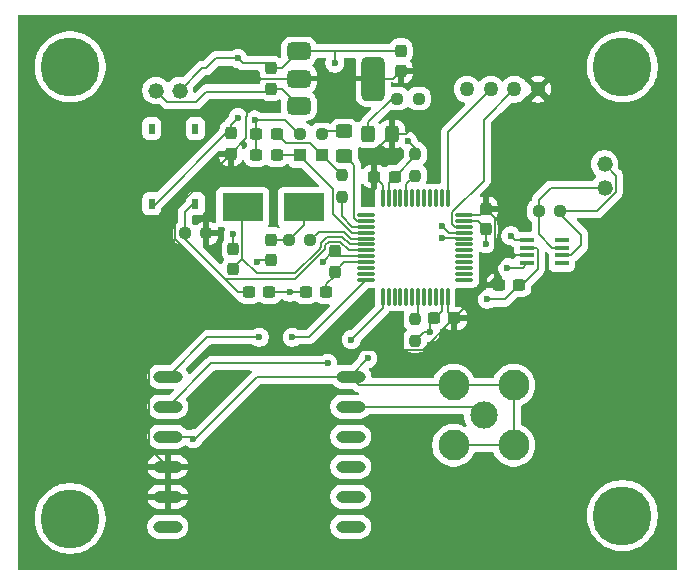
<source format=gbr>
G04 #@! TF.GenerationSoftware,KiCad,Pcbnew,9.0.0*
G04 #@! TF.CreationDate,2025-04-23T00:46:07-04:00*
G04 #@! TF.ProjectId,GPS,4750532e-6b69-4636-9164-5f7063625858,rev?*
G04 #@! TF.SameCoordinates,Original*
G04 #@! TF.FileFunction,Copper,L1,Top*
G04 #@! TF.FilePolarity,Positive*
%FSLAX46Y46*%
G04 Gerber Fmt 4.6, Leading zero omitted, Abs format (unit mm)*
G04 Created by KiCad (PCBNEW 9.0.0) date 2025-04-23 00:46:07*
%MOMM*%
%LPD*%
G01*
G04 APERTURE LIST*
G04 Aperture macros list*
%AMRoundRect*
0 Rectangle with rounded corners*
0 $1 Rounding radius*
0 $2 $3 $4 $5 $6 $7 $8 $9 X,Y pos of 4 corners*
0 Add a 4 corners polygon primitive as box body*
4,1,4,$2,$3,$4,$5,$6,$7,$8,$9,$2,$3,0*
0 Add four circle primitives for the rounded corners*
1,1,$1+$1,$2,$3*
1,1,$1+$1,$4,$5*
1,1,$1+$1,$6,$7*
1,1,$1+$1,$8,$9*
0 Add four rect primitives between the rounded corners*
20,1,$1+$1,$2,$3,$4,$5,0*
20,1,$1+$1,$4,$5,$6,$7,0*
20,1,$1+$1,$6,$7,$8,$9,0*
20,1,$1+$1,$8,$9,$2,$3,0*%
G04 Aperture macros list end*
G04 #@! TA.AperFunction,SMDPad,CuDef*
%ADD10RoundRect,0.237500X0.250000X0.237500X-0.250000X0.237500X-0.250000X-0.237500X0.250000X-0.237500X0*%
G04 #@! TD*
G04 #@! TA.AperFunction,SMDPad,CuDef*
%ADD11RoundRect,0.237500X0.237500X-0.300000X0.237500X0.300000X-0.237500X0.300000X-0.237500X-0.300000X0*%
G04 #@! TD*
G04 #@! TA.AperFunction,ComponentPad*
%ADD12C,1.320800*%
G04 #@! TD*
G04 #@! TA.AperFunction,SMDPad,CuDef*
%ADD13R,0.558800X0.952500*%
G04 #@! TD*
G04 #@! TA.AperFunction,SMDPad,CuDef*
%ADD14RoundRect,0.250000X-0.450000X0.325000X-0.450000X-0.325000X0.450000X-0.325000X0.450000X0.325000X0*%
G04 #@! TD*
G04 #@! TA.AperFunction,SMDPad,CuDef*
%ADD15RoundRect,0.237500X-0.300000X-0.237500X0.300000X-0.237500X0.300000X0.237500X-0.300000X0.237500X0*%
G04 #@! TD*
G04 #@! TA.AperFunction,ComponentPad*
%ADD16C,5.000000*%
G04 #@! TD*
G04 #@! TA.AperFunction,SMDPad,CuDef*
%ADD17RoundRect,0.237500X-0.250000X-0.237500X0.250000X-0.237500X0.250000X0.237500X-0.250000X0.237500X0*%
G04 #@! TD*
G04 #@! TA.AperFunction,SMDPad,CuDef*
%ADD18RoundRect,0.237500X-0.237500X0.300000X-0.237500X-0.300000X0.237500X-0.300000X0.237500X0.300000X0*%
G04 #@! TD*
G04 #@! TA.AperFunction,SMDPad,CuDef*
%ADD19R,3.500000X2.400000*%
G04 #@! TD*
G04 #@! TA.AperFunction,SMDPad,CuDef*
%ADD20RoundRect,0.250000X-0.325000X-0.450000X0.325000X-0.450000X0.325000X0.450000X-0.325000X0.450000X0*%
G04 #@! TD*
G04 #@! TA.AperFunction,SMDPad,CuDef*
%ADD21RoundRect,0.237500X0.300000X0.237500X-0.300000X0.237500X-0.300000X-0.237500X0.300000X-0.237500X0*%
G04 #@! TD*
G04 #@! TA.AperFunction,SMDPad,CuDef*
%ADD22RoundRect,0.375000X-0.625000X-0.375000X0.625000X-0.375000X0.625000X0.375000X-0.625000X0.375000X0*%
G04 #@! TD*
G04 #@! TA.AperFunction,SMDPad,CuDef*
%ADD23RoundRect,0.500000X-0.500000X-1.400000X0.500000X-1.400000X0.500000X1.400000X-0.500000X1.400000X0*%
G04 #@! TD*
G04 #@! TA.AperFunction,ComponentPad*
%ADD24C,2.325000*%
G04 #@! TD*
G04 #@! TA.AperFunction,ComponentPad*
%ADD25C,2.625000*%
G04 #@! TD*
G04 #@! TA.AperFunction,SMDPad,CuDef*
%ADD26R,1.050000X1.100000*%
G04 #@! TD*
G04 #@! TA.AperFunction,SMDPad,CuDef*
%ADD27RoundRect,0.237500X-0.237500X0.250000X-0.237500X-0.250000X0.237500X-0.250000X0.237500X0.250000X0*%
G04 #@! TD*
G04 #@! TA.AperFunction,SMDPad,CuDef*
%ADD28R,1.200000X0.449999*%
G04 #@! TD*
G04 #@! TA.AperFunction,SMDPad,CuDef*
%ADD29O,2.500000X1.000000*%
G04 #@! TD*
G04 #@! TA.AperFunction,SMDPad,CuDef*
%ADD30RoundRect,0.075000X-0.662500X-0.075000X0.662500X-0.075000X0.662500X0.075000X-0.662500X0.075000X0*%
G04 #@! TD*
G04 #@! TA.AperFunction,SMDPad,CuDef*
%ADD31RoundRect,0.075000X-0.075000X-0.662500X0.075000X-0.662500X0.075000X0.662500X-0.075000X0.662500X0*%
G04 #@! TD*
G04 #@! TA.AperFunction,ComponentPad*
%ADD32C,1.270000*%
G04 #@! TD*
G04 #@! TA.AperFunction,SMDPad,CuDef*
%ADD33RoundRect,0.237500X0.237500X-0.250000X0.237500X0.250000X-0.237500X0.250000X-0.237500X-0.250000X0*%
G04 #@! TD*
G04 #@! TA.AperFunction,ViaPad*
%ADD34C,0.600000*%
G04 #@! TD*
G04 #@! TA.AperFunction,Conductor*
%ADD35C,0.200000*%
G04 #@! TD*
G04 APERTURE END LIST*
D10*
X155312500Y-63200000D03*
X153487500Y-63200000D03*
D11*
X162000000Y-57862500D03*
X162000000Y-56137500D03*
X151000000Y-59362500D03*
X151000000Y-57637500D03*
X147600000Y-64862500D03*
X147600000Y-63137500D03*
D12*
X179232600Y-67750000D03*
X179232600Y-65749999D03*
D13*
X144600000Y-62737300D03*
X144600000Y-69100000D03*
X140891600Y-62737300D03*
X140891600Y-69100000D03*
D12*
X143250000Y-59517400D03*
X141249999Y-59517400D03*
D14*
X157200000Y-62975000D03*
X157200000Y-65025000D03*
D15*
X159737500Y-66800000D03*
X161462500Y-66800000D03*
D16*
X180750000Y-57500000D03*
D17*
X173660000Y-69720000D03*
X175485000Y-69720000D03*
D18*
X151000000Y-72137500D03*
X151000000Y-73862500D03*
D19*
X148600000Y-69400000D03*
X153800000Y-69400000D03*
D20*
X159200000Y-63200000D03*
X161250000Y-63200000D03*
D21*
X172000000Y-76000000D03*
X170275000Y-76000000D03*
D10*
X145512500Y-71600000D03*
X143687500Y-71600000D03*
D16*
X180750000Y-95500000D03*
D22*
X153350000Y-56200000D03*
X153350000Y-58500000D03*
D23*
X159650000Y-58500000D03*
D22*
X153350000Y-60800000D03*
D24*
X169000000Y-87000000D03*
D25*
X166460000Y-84460000D03*
X166460000Y-89540000D03*
X171540000Y-84460000D03*
X171540000Y-89540000D03*
D11*
X156400000Y-74862500D03*
X156400000Y-73137500D03*
D18*
X169200000Y-69537500D03*
X169200000Y-71262500D03*
D26*
X153475000Y-65000000D03*
X155325000Y-65000000D03*
D17*
X152487500Y-72200000D03*
X154312500Y-72200000D03*
D21*
X151462500Y-63200000D03*
X149737500Y-63200000D03*
D27*
X163200000Y-78887500D03*
X163200000Y-80712500D03*
D21*
X151462500Y-65000000D03*
X149737500Y-65000000D03*
D16*
X134000000Y-57500000D03*
D15*
X149137500Y-76600000D03*
X150862500Y-76600000D03*
D21*
X166525000Y-78800000D03*
X164800000Y-78800000D03*
D17*
X161687500Y-60200000D03*
X163512500Y-60200000D03*
D21*
X155662500Y-76600000D03*
X153937500Y-76600000D03*
D28*
X172660000Y-72180000D03*
X172660000Y-72830001D03*
X172660000Y-73480000D03*
X172660000Y-74130001D03*
X175609999Y-74130001D03*
X175609999Y-73480000D03*
X175609999Y-72830001D03*
X175609999Y-72180000D03*
D29*
X142250000Y-83750000D03*
X142250000Y-86290000D03*
X142250000Y-88830000D03*
X142250000Y-91370000D03*
X142250000Y-93910000D03*
X142250000Y-96450000D03*
X157750000Y-96450000D03*
X157750000Y-93910000D03*
X157750000Y-91370000D03*
X157750000Y-88830000D03*
X157750000Y-86290000D03*
X157750000Y-83750000D03*
D16*
X134000000Y-95750000D03*
D11*
X147800000Y-74662500D03*
X147800000Y-72937500D03*
D27*
X157000000Y-66687500D03*
X157000000Y-68512500D03*
D30*
X159037500Y-70050000D03*
X159037500Y-70550000D03*
X159037500Y-71050000D03*
X159037500Y-71550000D03*
X159037500Y-72050000D03*
X159037500Y-72550000D03*
X159037500Y-73050000D03*
X159037500Y-73550000D03*
X159037500Y-74050000D03*
X159037500Y-74550000D03*
X159037500Y-75050000D03*
X159037500Y-75550000D03*
D31*
X160450000Y-76962500D03*
X160950000Y-76962500D03*
X161450000Y-76962500D03*
X161950000Y-76962500D03*
X162450000Y-76962500D03*
X162950000Y-76962500D03*
X163450000Y-76962500D03*
X163950000Y-76962500D03*
X164450000Y-76962500D03*
X164950000Y-76962500D03*
X165450000Y-76962500D03*
X165950000Y-76962500D03*
D30*
X167362500Y-75550000D03*
X167362500Y-75050000D03*
X167362500Y-74550000D03*
X167362500Y-74050000D03*
X167362500Y-73550000D03*
X167362500Y-73050000D03*
X167362500Y-72550000D03*
X167362500Y-72050000D03*
X167362500Y-71550000D03*
X167362500Y-71050000D03*
X167362500Y-70550000D03*
X167362500Y-70050000D03*
D31*
X165950000Y-68637500D03*
X165450000Y-68637500D03*
X164950000Y-68637500D03*
X164450000Y-68637500D03*
X163950000Y-68637500D03*
X163450000Y-68637500D03*
X162950000Y-68637500D03*
X162450000Y-68637500D03*
X161950000Y-68637500D03*
X161450000Y-68637500D03*
X160950000Y-68637500D03*
X160450000Y-68637500D03*
D32*
X173600000Y-59400000D03*
X171600001Y-59400000D03*
X169600000Y-59400000D03*
X167600002Y-59400000D03*
D33*
X163200000Y-66712500D03*
X163200000Y-64887500D03*
D34*
X149000000Y-58500000D03*
X149000000Y-61000000D03*
X144400000Y-91000000D03*
X152600000Y-76600000D03*
X169200000Y-72500000D03*
X162000000Y-56137500D03*
X162600000Y-63800000D03*
X148200000Y-56800000D03*
X169300000Y-77200000D03*
X147800000Y-71700000D03*
X163600000Y-60200000D03*
X144400000Y-89000000D03*
X148200000Y-61800000D03*
X159200000Y-82200000D03*
X149800000Y-74000000D03*
X149600000Y-62000000D03*
X156400000Y-57200000D03*
X155407815Y-74007815D03*
X164488235Y-79988235D03*
X150000000Y-80400000D03*
X152800000Y-80400000D03*
X165500000Y-71000000D03*
X171300000Y-71800000D03*
X171000000Y-74500000D03*
X165500000Y-72000000D03*
X157800000Y-80600000D03*
X155800000Y-82600000D03*
D35*
X172660000Y-73480000D02*
X170996000Y-73480000D01*
X167362500Y-70050000D02*
X168687500Y-70050000D01*
X165950000Y-78225000D02*
X166525000Y-78800000D01*
X153350000Y-58500000D02*
X149000000Y-58500000D01*
X168687500Y-70050000D02*
X169200000Y-69537500D01*
X162000000Y-57862500D02*
X164600000Y-57862500D01*
X159650000Y-58500000D02*
X161362500Y-58500000D01*
X145631250Y-66831250D02*
X145512500Y-66950000D01*
X165000000Y-58200000D02*
X164662500Y-57862500D01*
X149000000Y-61000000D02*
X149000000Y-61649000D01*
X170000000Y-76000000D02*
X169662500Y-75662500D01*
X159650000Y-58500000D02*
X153350000Y-58500000D01*
X169662500Y-75662500D02*
X166525000Y-78800000D01*
X161362500Y-58500000D02*
X162000000Y-57862500D01*
X142250000Y-91370000D02*
X144030000Y-91370000D01*
X169976000Y-74500000D02*
X169976000Y-75349000D01*
X160450000Y-67512500D02*
X159737500Y-66800000D01*
X159737500Y-64712500D02*
X161250000Y-63200000D01*
X172062500Y-57862500D02*
X164600000Y-57862500D01*
X147600000Y-64862500D02*
X145631250Y-66831250D01*
X145512500Y-66950000D02*
X145512500Y-71600000D01*
X142250000Y-93910000D02*
X142250000Y-91370000D01*
X140699000Y-74267134D02*
X142899000Y-72067134D01*
X142250000Y-91370000D02*
X140699000Y-89819000D01*
X148899000Y-61750000D02*
X148899000Y-63563500D01*
X163824000Y-81501000D02*
X152332866Y-81501000D01*
X140699000Y-89819000D02*
X140699000Y-74267134D01*
X170996000Y-73480000D02*
X169976000Y-74500000D01*
X149000000Y-61649000D02*
X148899000Y-61750000D01*
X160450000Y-68637500D02*
X160450000Y-67512500D01*
X148899000Y-63563500D02*
X147600000Y-64862500D01*
X166525000Y-78800000D02*
X163824000Y-81501000D01*
X165000000Y-60600000D02*
X165000000Y-58200000D01*
X142899000Y-69563500D02*
X145631250Y-66831250D01*
X164662500Y-57862500D02*
X164600000Y-57862500D01*
X148899000Y-61649057D02*
X148899000Y-61750000D01*
X162400000Y-63200000D02*
X161250000Y-63200000D01*
X165000000Y-60600000D02*
X162400000Y-63200000D01*
X142899000Y-72067134D02*
X142899000Y-69563500D01*
X173600000Y-59400000D02*
X172062500Y-57862500D01*
X169976000Y-70313500D02*
X169976000Y-74500000D01*
X144030000Y-91370000D02*
X144400000Y-91000000D01*
X165950000Y-76962500D02*
X165950000Y-78225000D01*
X152332866Y-81501000D02*
X142899000Y-72067134D01*
X169200000Y-69537500D02*
X169976000Y-70313500D01*
X159737500Y-66800000D02*
X159737500Y-64712500D01*
X169976000Y-75349000D02*
X169662500Y-75662500D01*
X170275000Y-76000000D02*
X170000000Y-76000000D01*
X159037500Y-73550000D02*
X156812500Y-73550000D01*
X149000000Y-57200000D02*
X148600000Y-57200000D01*
X150862500Y-76600000D02*
X152600000Y-76600000D01*
X163200000Y-64400000D02*
X163200000Y-65062500D01*
X148600000Y-57200000D02*
X148200000Y-56800000D01*
X172000000Y-76000000D02*
X172217000Y-76000000D01*
X164488235Y-79111765D02*
X164488235Y-79988235D01*
X145517400Y-57604900D02*
X145162500Y-57604900D01*
X156400000Y-73137500D02*
X156278130Y-73137500D01*
X163200000Y-65062500D02*
X161462500Y-66800000D01*
X163924265Y-79988235D02*
X163200000Y-80712500D01*
X149600000Y-62000000D02*
X152200000Y-62000000D01*
X163512500Y-60200000D02*
X163600000Y-60200000D01*
X147189650Y-63137500D02*
X141145800Y-69181350D01*
X171540000Y-84460000D02*
X166460000Y-84460000D01*
X147600000Y-62400000D02*
X148200000Y-61800000D01*
X164488235Y-79988235D02*
X163924265Y-79988235D01*
X160950000Y-68637500D02*
X160950000Y-67312500D01*
X153487500Y-63200000D02*
X153400000Y-63200000D01*
X153412500Y-56137500D02*
X153350000Y-56200000D01*
X165450000Y-78150000D02*
X165450000Y-76962500D01*
X144400000Y-89000000D02*
X144600000Y-89000000D01*
X147237500Y-63500000D02*
X147600000Y-63137500D01*
X164488235Y-79111765D02*
X165450000Y-78150000D01*
X149850000Y-83750000D02*
X157750000Y-83750000D01*
X173561000Y-72954001D02*
X173437000Y-72830001D01*
X152200000Y-62000000D02*
X153400000Y-63200000D01*
X166460000Y-89540000D02*
X171540000Y-89540000D01*
X162600000Y-63800000D02*
X163200000Y-64400000D01*
X170800000Y-77200000D02*
X169300000Y-77200000D01*
X157750000Y-83750000D02*
X157750000Y-83650000D01*
X145162500Y-57604900D02*
X143250000Y-59517400D01*
X157750000Y-83650000D02*
X159200000Y-82200000D01*
X147600000Y-63137500D02*
X147189650Y-63137500D01*
X173561000Y-74656000D02*
X173561000Y-72954001D01*
X172000000Y-76000000D02*
X170800000Y-77200000D01*
X142250000Y-88830000D02*
X144230000Y-88830000D01*
X149737500Y-63200000D02*
X149400000Y-63200000D01*
X162000000Y-56137500D02*
X156400000Y-56137500D01*
X151000000Y-57637500D02*
X151912500Y-57637500D01*
X156278130Y-73137500D02*
X155407815Y-74007815D01*
X147600000Y-63137500D02*
X147600000Y-62400000D01*
X160950000Y-67312500D02*
X161462500Y-66800000D01*
X164712500Y-78887500D02*
X164488235Y-79111765D01*
X150562500Y-57200000D02*
X151000000Y-57637500D01*
X149737500Y-65000000D02*
X149737500Y-63200000D01*
X151000000Y-73862500D02*
X149937500Y-73862500D01*
X158460000Y-84460000D02*
X157750000Y-83750000D01*
X144230000Y-88830000D02*
X144400000Y-89000000D01*
X171540000Y-84460000D02*
X171540000Y-89540000D01*
X149737500Y-62137500D02*
X149600000Y-62000000D01*
X145517400Y-57604900D02*
X146322300Y-56800000D01*
X149400000Y-63200000D02*
X149337500Y-63137500D01*
X156400000Y-56137500D02*
X156400000Y-57200000D01*
X166460000Y-84460000D02*
X158460000Y-84460000D01*
X149737500Y-63200000D02*
X149737500Y-62137500D01*
X153937500Y-76600000D02*
X152600000Y-76600000D01*
X172217000Y-76000000D02*
X173561000Y-74656000D01*
X156812500Y-73550000D02*
X156400000Y-73137500D01*
X151912500Y-57637500D02*
X153350000Y-56200000D01*
X156600000Y-73137500D02*
X156462500Y-73137500D01*
X150000000Y-57200000D02*
X150562500Y-57200000D01*
X168487500Y-70550000D02*
X167362500Y-70550000D01*
X147800000Y-71700000D02*
X147800000Y-72937500D01*
X173437000Y-72830001D02*
X172660000Y-72830001D01*
X149937500Y-73862500D02*
X149800000Y-74000000D01*
X169200000Y-71262500D02*
X168487500Y-70550000D01*
X146322300Y-56800000D02*
X148200000Y-56800000D01*
X149000000Y-57200000D02*
X150000000Y-57200000D01*
X156400000Y-56137500D02*
X153412500Y-56137500D01*
X169200000Y-72500000D02*
X169200000Y-71262500D01*
X144600000Y-89000000D02*
X149850000Y-83750000D01*
X151912500Y-59362500D02*
X153350000Y-60800000D01*
X150757599Y-59604901D02*
X151000000Y-59362500D01*
X151000000Y-59362500D02*
X151912500Y-59362500D01*
X145517400Y-59604901D02*
X150757599Y-59604901D01*
X144643501Y-60478800D02*
X142211399Y-60478800D01*
X145517400Y-59604901D02*
X144643501Y-60478800D01*
X142211399Y-60478800D02*
X141249999Y-59517400D01*
X157212500Y-74050000D02*
X159037500Y-74050000D01*
X156400000Y-74862500D02*
X156400000Y-75200000D01*
X155662500Y-75937500D02*
X155662500Y-76600000D01*
X156400000Y-75200000D02*
X155662500Y-75937500D01*
X156400000Y-74862500D02*
X157212500Y-74050000D01*
X144600000Y-69100000D02*
X144400000Y-69100000D01*
X157618134Y-73050000D02*
X156867134Y-72299000D01*
X155600000Y-72631866D02*
X155600000Y-72967100D01*
X148212500Y-76600000D02*
X147113500Y-75501000D01*
X156867134Y-72299000D02*
X155932866Y-72299000D01*
X159037500Y-73050000D02*
X157618134Y-73050000D01*
X143687500Y-69812500D02*
X143687500Y-71600000D01*
X147113500Y-75501000D02*
X143687500Y-72075000D01*
X153066100Y-75501000D02*
X147113500Y-75501000D01*
X149137500Y-76600000D02*
X148212500Y-76600000D01*
X155600000Y-72967100D02*
X153066100Y-75501000D01*
X144400000Y-69100000D02*
X143687500Y-69812500D01*
X155932866Y-72299000D02*
X155600000Y-72631866D01*
X143687500Y-72075000D02*
X143687500Y-71600000D01*
X157033234Y-71898000D02*
X155766766Y-71898000D01*
X148576000Y-73776000D02*
X149800000Y-75000000D01*
X159037500Y-72550000D02*
X157685234Y-72550000D01*
X153000000Y-75000000D02*
X155024000Y-72976000D01*
X148600000Y-69400000D02*
X148576000Y-69424000D01*
X155024000Y-72976000D02*
X155199000Y-72801000D01*
X155199000Y-72801000D02*
X155199000Y-72465766D01*
X148600000Y-69400000D02*
X148600000Y-69568134D01*
X155766766Y-71898000D02*
X155732383Y-71932383D01*
X155199000Y-72465766D02*
X155732383Y-71932383D01*
X147800000Y-74552000D02*
X148576000Y-73776000D01*
X149800000Y-75000000D02*
X153000000Y-75000000D01*
X147800000Y-74662500D02*
X147800000Y-74552000D01*
X157685234Y-72550000D02*
X157033234Y-71898000D01*
X148576000Y-69424000D02*
X148576000Y-73776000D01*
X151062500Y-72200000D02*
X151000000Y-72137500D01*
X153800000Y-70887500D02*
X152487500Y-72200000D01*
X153800000Y-69400000D02*
X153800000Y-70887500D01*
X152487500Y-72200000D02*
X151062500Y-72200000D01*
X153475000Y-65000000D02*
X151462500Y-65000000D01*
X157819434Y-71550000D02*
X159037500Y-71550000D01*
X156224000Y-67824000D02*
X156224000Y-69954566D01*
X153475000Y-65075000D02*
X156224000Y-67824000D01*
X153475000Y-65000000D02*
X153475000Y-65075000D01*
X156224000Y-69954566D02*
X157819434Y-71550000D01*
X152238500Y-63976000D02*
X154301000Y-63976000D01*
X157000000Y-66687500D02*
X157000000Y-66675000D01*
X154301000Y-63976000D02*
X155325000Y-65000000D01*
X157000000Y-66675000D02*
X155325000Y-65000000D01*
X151462500Y-63200000D02*
X152238500Y-63976000D01*
X161200000Y-60200000D02*
X159200000Y-62200000D01*
X161687500Y-60200000D02*
X161200000Y-60200000D01*
X159200000Y-62200000D02*
X159200000Y-63200000D01*
X157200000Y-62975000D02*
X155537500Y-62975000D01*
X155537500Y-62975000D02*
X155312500Y-63200000D01*
X159037500Y-70550000D02*
X158266176Y-70550000D01*
X158000000Y-70283824D02*
X158000000Y-65825000D01*
X158000000Y-65825000D02*
X157200000Y-65025000D01*
X158266176Y-70550000D02*
X158000000Y-70283824D01*
X165950000Y-63050000D02*
X165950000Y-68637500D01*
X169600000Y-59400000D02*
X165950000Y-63050000D01*
X166324000Y-70782824D02*
X166324000Y-69817176D01*
X169000000Y-67141176D02*
X169000000Y-62000001D01*
X169000000Y-62000001D02*
X171600001Y-59400000D01*
X166591176Y-71050000D02*
X166324000Y-70782824D01*
X166324000Y-69817176D02*
X169000000Y-67141176D01*
X167362500Y-71050000D02*
X166591176Y-71050000D01*
X157199334Y-71497000D02*
X155015500Y-71497000D01*
X159037500Y-72050000D02*
X157752334Y-72050000D01*
X157752334Y-72050000D02*
X157199334Y-71497000D01*
X155015500Y-71497000D02*
X154312500Y-72200000D01*
X157886534Y-71050000D02*
X157000000Y-70163466D01*
X157000000Y-70163466D02*
X157000000Y-68512500D01*
X159037500Y-71050000D02*
X157886534Y-71050000D01*
X162450000Y-68637500D02*
X162450000Y-67462500D01*
X162450000Y-67462500D02*
X163200000Y-66712500D01*
X163450000Y-78637500D02*
X163450000Y-76962500D01*
X163200000Y-78887500D02*
X163450000Y-78637500D01*
X152800000Y-80400000D02*
X154187500Y-80400000D01*
X142250000Y-83750000D02*
X145600000Y-80400000D01*
X145600000Y-80400000D02*
X150000000Y-80400000D01*
X154187500Y-80400000D02*
X159037500Y-75550000D01*
X171680000Y-72180000D02*
X171300000Y-71800000D01*
X172660000Y-72180000D02*
X171680000Y-72180000D01*
X171300000Y-71800000D02*
X171499998Y-71800000D01*
X165500000Y-71000000D02*
X166050000Y-71550000D01*
X166050000Y-71550000D02*
X167362500Y-71550000D01*
X165500000Y-72000000D02*
X167312500Y-72000000D01*
X171000000Y-74500000D02*
X172290001Y-74500000D01*
X172290001Y-74500000D02*
X172660000Y-74130001D01*
X167312500Y-72000000D02*
X167362500Y-72050000D01*
X160450000Y-77950000D02*
X160450000Y-76962500D01*
X157800000Y-80600000D02*
X160450000Y-77950000D01*
X145940000Y-82600000D02*
X155800000Y-82600000D01*
X142250000Y-86290000D02*
X145940000Y-82600000D01*
X174660000Y-67750000D02*
X179232600Y-67750000D01*
X173660000Y-68750000D02*
X174660000Y-67750000D01*
X174809999Y-72830001D02*
X175609999Y-72830001D01*
X173660000Y-69720000D02*
X173660000Y-71680002D01*
X173660000Y-68750000D02*
X173660000Y-69720000D01*
X173660000Y-71680002D02*
X174809999Y-72830001D01*
X175485000Y-69955000D02*
X177270000Y-71740000D01*
X180194000Y-68148225D02*
X178622225Y-69720000D01*
X175485000Y-69720000D02*
X175485000Y-69955000D01*
X179232600Y-65749999D02*
X180194000Y-66711399D01*
X178622225Y-69720000D02*
X175485000Y-69720000D01*
X177270000Y-72619999D02*
X176409999Y-73480000D01*
X176409999Y-73480000D02*
X175609999Y-73480000D01*
X180194000Y-66711399D02*
X180194000Y-68148225D01*
X177270000Y-71740000D02*
X177270000Y-72619999D01*
X157750000Y-86290000D02*
X168290000Y-86290000D01*
X168290000Y-86290000D02*
X169000000Y-87000000D01*
G04 #@! TA.AperFunction,Conductor*
G36*
X148692854Y-63652743D02*
G01*
X148744055Y-63700285D01*
X148755204Y-63724695D01*
X148764090Y-63751511D01*
X148764091Y-63751514D01*
X148764092Y-63751516D01*
X148854659Y-63898349D01*
X148854661Y-63898351D01*
X148968629Y-64012319D01*
X149002114Y-64073642D01*
X148997130Y-64143334D01*
X148968629Y-64187681D01*
X148854660Y-64301649D01*
X148854657Y-64301653D01*
X148781760Y-64419837D01*
X148729812Y-64466562D01*
X148660849Y-64477783D01*
X148596767Y-64449940D01*
X148558516Y-64393744D01*
X148510453Y-64248699D01*
X148510448Y-64248688D01*
X148419947Y-64101965D01*
X148419944Y-64101961D01*
X148406017Y-64088034D01*
X148372532Y-64026711D01*
X148377516Y-63957019D01*
X148406017Y-63912672D01*
X148420340Y-63898350D01*
X148510908Y-63751516D01*
X148519794Y-63724698D01*
X148559563Y-63667256D01*
X148624078Y-63640430D01*
X148692854Y-63652743D01*
G37*
G04 #@! TD.AperFunction*
G04 #@! TA.AperFunction,Conductor*
G36*
X155570806Y-56747241D02*
G01*
X155602606Y-56755358D01*
X155604170Y-56757038D01*
X155606372Y-56757685D01*
X155627845Y-56782466D01*
X155650217Y-56806495D01*
X155650624Y-56808755D01*
X155652127Y-56810489D01*
X155656794Y-56842952D01*
X155662623Y-56875255D01*
X155661865Y-56878220D01*
X155662071Y-56879647D01*
X155653894Y-56909450D01*
X155644035Y-56933252D01*
X155630263Y-56966502D01*
X155630261Y-56966510D01*
X155599500Y-57121153D01*
X155599500Y-57278846D01*
X155630261Y-57433489D01*
X155630264Y-57433501D01*
X155690602Y-57579172D01*
X155690609Y-57579185D01*
X155778210Y-57710288D01*
X155778213Y-57710292D01*
X155889707Y-57821786D01*
X155889711Y-57821789D01*
X156020814Y-57909390D01*
X156020827Y-57909397D01*
X156151206Y-57963401D01*
X156166503Y-57969737D01*
X156321153Y-58000499D01*
X156321156Y-58000500D01*
X156321158Y-58000500D01*
X156478844Y-58000500D01*
X156478845Y-58000499D01*
X156633497Y-57969737D01*
X156779179Y-57909394D01*
X156910289Y-57821789D01*
X157021789Y-57710289D01*
X157109394Y-57579179D01*
X157169737Y-57433497D01*
X157200500Y-57278842D01*
X157200500Y-57121158D01*
X157200500Y-57121155D01*
X157200499Y-57121153D01*
X157193911Y-57088034D01*
X157169737Y-56966503D01*
X157146105Y-56909452D01*
X157138637Y-56839983D01*
X157169912Y-56777504D01*
X157230001Y-56741852D01*
X157260667Y-56738000D01*
X158048993Y-56738000D01*
X158116032Y-56757685D01*
X158161787Y-56810489D01*
X158171731Y-56879647D01*
X158168208Y-56896113D01*
X158160609Y-56922669D01*
X158160608Y-56922669D01*
X158150000Y-57041999D01*
X158150000Y-58250000D01*
X159526000Y-58250000D01*
X159593039Y-58269685D01*
X159638794Y-58322489D01*
X159650000Y-58374000D01*
X159650000Y-58626000D01*
X159630315Y-58693039D01*
X159577511Y-58738794D01*
X159526000Y-58750000D01*
X158150000Y-58750000D01*
X158150000Y-59958000D01*
X158160608Y-60077325D01*
X158160609Y-60077328D01*
X158216557Y-60272861D01*
X158310721Y-60453129D01*
X158439246Y-60610753D01*
X158596870Y-60739278D01*
X158777138Y-60833442D01*
X158972671Y-60889390D01*
X158972674Y-60889391D01*
X159091999Y-60899999D01*
X159092002Y-60900000D01*
X159351402Y-60900000D01*
X159418441Y-60919685D01*
X159464196Y-60972489D01*
X159474140Y-61041647D01*
X159445115Y-61105203D01*
X159439083Y-61111681D01*
X158719481Y-61831282D01*
X158719479Y-61831284D01*
X158686648Y-61888150D01*
X158680096Y-61899500D01*
X158640423Y-61968215D01*
X158634198Y-61991443D01*
X158628526Y-62002749D01*
X158612971Y-62019423D01*
X158601103Y-62038893D01*
X158587263Y-62046981D01*
X158580866Y-62053840D01*
X158571421Y-62056240D01*
X158562024Y-62061733D01*
X158562211Y-62062134D01*
X158557895Y-62064146D01*
X158556707Y-62064841D01*
X158555667Y-62065185D01*
X158406339Y-62157291D01*
X158400172Y-62163458D01*
X158338846Y-62196938D01*
X158269155Y-62191947D01*
X158224818Y-62163450D01*
X158118657Y-62057289D01*
X158118656Y-62057288D01*
X157969334Y-61965186D01*
X157802797Y-61910001D01*
X157802795Y-61910000D01*
X157700010Y-61899500D01*
X156699998Y-61899500D01*
X156699980Y-61899501D01*
X156597203Y-61910000D01*
X156597200Y-61910001D01*
X156430668Y-61965185D01*
X156430663Y-61965187D01*
X156281342Y-62057289D01*
X156157288Y-62181343D01*
X156157285Y-62181347D01*
X156096860Y-62279311D01*
X156044912Y-62326036D01*
X155975949Y-62337257D01*
X155926226Y-62319753D01*
X155876522Y-62289095D01*
X155876517Y-62289093D01*
X155876516Y-62289092D01*
X155712753Y-62234826D01*
X155712751Y-62234825D01*
X155611678Y-62224500D01*
X155013330Y-62224500D01*
X155013312Y-62224501D01*
X154912247Y-62234825D01*
X154748484Y-62289092D01*
X154748481Y-62289093D01*
X154601648Y-62379661D01*
X154487681Y-62493629D01*
X154426358Y-62527114D01*
X154356666Y-62522130D01*
X154312319Y-62493629D01*
X154198351Y-62379661D01*
X154198350Y-62379660D01*
X154101225Y-62319753D01*
X154051518Y-62289093D01*
X154044973Y-62286042D01*
X154045725Y-62284428D01*
X153995883Y-62249913D01*
X153969067Y-62185394D01*
X153981389Y-62116620D01*
X154028937Y-62065424D01*
X154083955Y-62048273D01*
X154093889Y-62047600D01*
X154278693Y-62001641D01*
X154449296Y-61917030D01*
X154597722Y-61797722D01*
X154717030Y-61649296D01*
X154801641Y-61478693D01*
X154847600Y-61293889D01*
X154850500Y-61251123D01*
X154850499Y-60348878D01*
X154847600Y-60306111D01*
X154801641Y-60121307D01*
X154758252Y-60033820D01*
X154717032Y-59950707D01*
X154717030Y-59950704D01*
X154597724Y-59802280D01*
X154597722Y-59802278D01*
X154528112Y-59746324D01*
X154488196Y-59688985D01*
X154485616Y-59619163D01*
X154521194Y-59559030D01*
X154528115Y-59553033D01*
X154597366Y-59497367D01*
X154597367Y-59497366D01*
X154716607Y-59349025D01*
X154716609Y-59349022D01*
X154801168Y-59178523D01*
X154847102Y-58993824D01*
X154850000Y-58951096D01*
X154850000Y-58750000D01*
X153474000Y-58750000D01*
X153406961Y-58730315D01*
X153361206Y-58677511D01*
X153350000Y-58626000D01*
X153350000Y-58374000D01*
X153369685Y-58306961D01*
X153422489Y-58261206D01*
X153474000Y-58250000D01*
X154850000Y-58250000D01*
X154850000Y-58048903D01*
X154847102Y-58006175D01*
X154801168Y-57821476D01*
X154716609Y-57650977D01*
X154716607Y-57650974D01*
X154597367Y-57502633D01*
X154597366Y-57502632D01*
X154528115Y-57446967D01*
X154488196Y-57389624D01*
X154485616Y-57319802D01*
X154521194Y-57259669D01*
X154528089Y-57253694D01*
X154597722Y-57197722D01*
X154717030Y-57049296D01*
X154801641Y-56878693D01*
X154813235Y-56832071D01*
X154848516Y-56771767D01*
X154910802Y-56740108D01*
X154933569Y-56738000D01*
X155539333Y-56738000D01*
X155570806Y-56747241D01*
G37*
G04 #@! TD.AperFunction*
G04 #@! TA.AperFunction,Conductor*
G36*
X147687273Y-57420185D02*
G01*
X147689125Y-57421398D01*
X147820814Y-57509390D01*
X147820827Y-57509397D01*
X147966498Y-57569735D01*
X147966503Y-57569737D01*
X148121158Y-57600500D01*
X148121847Y-57600637D01*
X148183758Y-57633022D01*
X148185337Y-57634573D01*
X148231284Y-57680520D01*
X148231286Y-57680521D01*
X148231290Y-57680524D01*
X148328245Y-57736500D01*
X148368216Y-57759577D01*
X148480019Y-57789534D01*
X148520942Y-57800500D01*
X148520943Y-57800500D01*
X148920943Y-57800500D01*
X149900501Y-57800500D01*
X149967540Y-57820185D01*
X150013295Y-57872989D01*
X150024501Y-57924500D01*
X150024501Y-57986686D01*
X150034825Y-58087752D01*
X150089092Y-58251515D01*
X150089093Y-58251518D01*
X150097409Y-58265000D01*
X150173177Y-58387840D01*
X150179661Y-58398351D01*
X150193629Y-58412319D01*
X150227114Y-58473642D01*
X150222130Y-58543334D01*
X150193629Y-58587681D01*
X150179661Y-58601648D01*
X150089093Y-58748481D01*
X150089091Y-58748486D01*
X150032697Y-58918673D01*
X150029923Y-58917753D01*
X150002771Y-58967826D01*
X149941546Y-59001490D01*
X149914834Y-59004401D01*
X145604069Y-59004401D01*
X145604053Y-59004400D01*
X145596457Y-59004400D01*
X145438343Y-59004400D01*
X145285615Y-59045324D01*
X145285613Y-59045324D01*
X145285613Y-59045325D01*
X145275934Y-59050913D01*
X145239811Y-59071769D01*
X145148687Y-59124378D01*
X145148682Y-59124382D01*
X144622581Y-59650484D01*
X144561258Y-59683969D01*
X144491566Y-59678985D01*
X144435633Y-59637113D01*
X144411216Y-59571649D01*
X144410900Y-59562803D01*
X144410900Y-59426030D01*
X144397764Y-59343099D01*
X144390662Y-59298257D01*
X144399616Y-59228965D01*
X144425451Y-59191182D01*
X145374915Y-58241720D01*
X145436238Y-58208235D01*
X145462596Y-58205401D01*
X145596454Y-58205401D01*
X145596457Y-58205401D01*
X145749185Y-58164477D01*
X145799304Y-58135539D01*
X145886116Y-58085420D01*
X145997920Y-57973616D01*
X145997920Y-57973614D01*
X146008128Y-57963407D01*
X146008129Y-57963404D01*
X146534716Y-57436819D01*
X146596039Y-57403334D01*
X146622397Y-57400500D01*
X147620234Y-57400500D01*
X147687273Y-57420185D01*
G37*
G04 #@! TD.AperFunction*
G04 #@! TA.AperFunction,Conductor*
G36*
X185342539Y-53120185D02*
G01*
X185388294Y-53172989D01*
X185399500Y-53224500D01*
X185399500Y-99975500D01*
X185379815Y-100042539D01*
X185327011Y-100088294D01*
X185275500Y-100099500D01*
X129674500Y-100099500D01*
X129607461Y-100079815D01*
X129561706Y-100027011D01*
X129550500Y-99975500D01*
X129550500Y-95581491D01*
X130999500Y-95581491D01*
X130999500Y-95918508D01*
X131037231Y-96253381D01*
X131037233Y-96253397D01*
X131112223Y-96581953D01*
X131112227Y-96581965D01*
X131223532Y-96900054D01*
X131369752Y-97203683D01*
X131391967Y-97239037D01*
X131549054Y-97489039D01*
X131759175Y-97752523D01*
X131997477Y-97990825D01*
X132260961Y-98200946D01*
X132546314Y-98380246D01*
X132849949Y-98526469D01*
X133088848Y-98610063D01*
X133168034Y-98637772D01*
X133168046Y-98637776D01*
X133496606Y-98712767D01*
X133831492Y-98750499D01*
X133831493Y-98750500D01*
X133831496Y-98750500D01*
X134168507Y-98750500D01*
X134168507Y-98750499D01*
X134503394Y-98712767D01*
X134831954Y-98637776D01*
X135150051Y-98526469D01*
X135453686Y-98380246D01*
X135739039Y-98200946D01*
X136002523Y-97990825D01*
X136240825Y-97752523D01*
X136450946Y-97489039D01*
X136630246Y-97203686D01*
X136776469Y-96900051D01*
X136887776Y-96581954D01*
X136895402Y-96548543D01*
X140499499Y-96548543D01*
X140537947Y-96741829D01*
X140537950Y-96741839D01*
X140613364Y-96923907D01*
X140613371Y-96923920D01*
X140722860Y-97087781D01*
X140722863Y-97087785D01*
X140862214Y-97227136D01*
X140862218Y-97227139D01*
X141026079Y-97336628D01*
X141026092Y-97336635D01*
X141208160Y-97412049D01*
X141208165Y-97412051D01*
X141208169Y-97412051D01*
X141208170Y-97412052D01*
X141401456Y-97450500D01*
X141401459Y-97450500D01*
X143098543Y-97450500D01*
X143228582Y-97424632D01*
X143291835Y-97412051D01*
X143473914Y-97336632D01*
X143637782Y-97227139D01*
X143777139Y-97087782D01*
X143886632Y-96923914D01*
X143962051Y-96741835D01*
X143980308Y-96650051D01*
X144000500Y-96548543D01*
X155999499Y-96548543D01*
X156037947Y-96741829D01*
X156037950Y-96741839D01*
X156113364Y-96923907D01*
X156113371Y-96923920D01*
X156222860Y-97087781D01*
X156222863Y-97087785D01*
X156362214Y-97227136D01*
X156362218Y-97227139D01*
X156526079Y-97336628D01*
X156526092Y-97336635D01*
X156708160Y-97412049D01*
X156708165Y-97412051D01*
X156708169Y-97412051D01*
X156708170Y-97412052D01*
X156901456Y-97450500D01*
X156901459Y-97450500D01*
X158598543Y-97450500D01*
X158728582Y-97424632D01*
X158791835Y-97412051D01*
X158973914Y-97336632D01*
X159137782Y-97227139D01*
X159277139Y-97087782D01*
X159386632Y-96923914D01*
X159462051Y-96741835D01*
X159480308Y-96650051D01*
X159500500Y-96548543D01*
X159500500Y-96351456D01*
X159462052Y-96158170D01*
X159462051Y-96158169D01*
X159462051Y-96158165D01*
X159462049Y-96158160D01*
X159386635Y-95976092D01*
X159386628Y-95976079D01*
X159277139Y-95812218D01*
X159277136Y-95812214D01*
X159137785Y-95672863D01*
X159137781Y-95672860D01*
X158973920Y-95563371D01*
X158973907Y-95563364D01*
X158791839Y-95487950D01*
X158791829Y-95487947D01*
X158599217Y-95449634D01*
X158598543Y-95449500D01*
X158598541Y-95449500D01*
X156901459Y-95449500D01*
X156901457Y-95449500D01*
X156708170Y-95487947D01*
X156708160Y-95487950D01*
X156526092Y-95563364D01*
X156526079Y-95563371D01*
X156362218Y-95672860D01*
X156362214Y-95672863D01*
X156222863Y-95812214D01*
X156222860Y-95812218D01*
X156113371Y-95976079D01*
X156113364Y-95976092D01*
X156037950Y-96158160D01*
X156037947Y-96158170D01*
X155999500Y-96351456D01*
X155999500Y-96351459D01*
X155999500Y-96548541D01*
X155999500Y-96548543D01*
X155999499Y-96548543D01*
X144000500Y-96548543D01*
X144000500Y-96351456D01*
X143962052Y-96158170D01*
X143962051Y-96158169D01*
X143962051Y-96158165D01*
X143962049Y-96158160D01*
X143886635Y-95976092D01*
X143886628Y-95976079D01*
X143777139Y-95812218D01*
X143777136Y-95812214D01*
X143637785Y-95672863D01*
X143637781Y-95672860D01*
X143473920Y-95563371D01*
X143473907Y-95563364D01*
X143291839Y-95487950D01*
X143291829Y-95487947D01*
X143098543Y-95449500D01*
X143098541Y-95449500D01*
X141401459Y-95449500D01*
X141401457Y-95449500D01*
X141208170Y-95487947D01*
X141208160Y-95487950D01*
X141026092Y-95563364D01*
X141026079Y-95563371D01*
X140862218Y-95672860D01*
X140862214Y-95672863D01*
X140722863Y-95812214D01*
X140722860Y-95812218D01*
X140613371Y-95976079D01*
X140613364Y-95976092D01*
X140537950Y-96158160D01*
X140537947Y-96158170D01*
X140499500Y-96351456D01*
X140499500Y-96351459D01*
X140499500Y-96548541D01*
X140499500Y-96548543D01*
X140499499Y-96548543D01*
X136895402Y-96548543D01*
X136940385Y-96351459D01*
X136948073Y-96317775D01*
X136962766Y-96253398D01*
X136962766Y-96253397D01*
X136962767Y-96253394D01*
X137000500Y-95918504D01*
X137000500Y-95581496D01*
X136972331Y-95331491D01*
X177749500Y-95331491D01*
X177749500Y-95668508D01*
X177787231Y-96003381D01*
X177787233Y-96003397D01*
X177862223Y-96331953D01*
X177862227Y-96331965D01*
X177973532Y-96650054D01*
X178119752Y-96953683D01*
X178119754Y-96953686D01*
X178299054Y-97239039D01*
X178509175Y-97502523D01*
X178747477Y-97740825D01*
X179010961Y-97950946D01*
X179296314Y-98130246D01*
X179599949Y-98276469D01*
X179838848Y-98360063D01*
X179918034Y-98387772D01*
X179918046Y-98387776D01*
X180246606Y-98462767D01*
X180581492Y-98500499D01*
X180581493Y-98500500D01*
X180581496Y-98500500D01*
X180918507Y-98500500D01*
X180918507Y-98500499D01*
X181253394Y-98462767D01*
X181581954Y-98387776D01*
X181900051Y-98276469D01*
X182203686Y-98130246D01*
X182489039Y-97950946D01*
X182752523Y-97740825D01*
X182990825Y-97502523D01*
X183200946Y-97239039D01*
X183380246Y-96953686D01*
X183526469Y-96650051D01*
X183637776Y-96331954D01*
X183712767Y-96003394D01*
X183750500Y-95668504D01*
X183750500Y-95331496D01*
X183712767Y-94996606D01*
X183637776Y-94668046D01*
X183526469Y-94349949D01*
X183380246Y-94046314D01*
X183200946Y-93760961D01*
X182990825Y-93497477D01*
X182752523Y-93259175D01*
X182489039Y-93049054D01*
X182203686Y-92869754D01*
X182203683Y-92869752D01*
X181900054Y-92723532D01*
X181581965Y-92612227D01*
X181581953Y-92612223D01*
X181253397Y-92537233D01*
X181253381Y-92537231D01*
X180918508Y-92499500D01*
X180918504Y-92499500D01*
X180581496Y-92499500D01*
X180581491Y-92499500D01*
X180246618Y-92537231D01*
X180246602Y-92537233D01*
X179918046Y-92612223D01*
X179918034Y-92612227D01*
X179599945Y-92723532D01*
X179296316Y-92869752D01*
X179010962Y-93049053D01*
X178747477Y-93259174D01*
X178509174Y-93497477D01*
X178299053Y-93760962D01*
X178119752Y-94046316D01*
X177973532Y-94349945D01*
X177862227Y-94668034D01*
X177862223Y-94668046D01*
X177787233Y-94996602D01*
X177787231Y-94996618D01*
X177749500Y-95331491D01*
X136972331Y-95331491D01*
X136962767Y-95246606D01*
X136887776Y-94918046D01*
X136776469Y-94599949D01*
X136630246Y-94296314D01*
X136544594Y-94160000D01*
X140530138Y-94160000D01*
X140538430Y-94201690D01*
X140538430Y-94201692D01*
X140613807Y-94383671D01*
X140613814Y-94383684D01*
X140723248Y-94547462D01*
X140723251Y-94547466D01*
X140862533Y-94686748D01*
X140862537Y-94686751D01*
X141026315Y-94796185D01*
X141026328Y-94796192D01*
X141208306Y-94871569D01*
X141208318Y-94871572D01*
X141401504Y-94909999D01*
X141401508Y-94910000D01*
X142000000Y-94910000D01*
X142500000Y-94910000D01*
X143098492Y-94910000D01*
X143098495Y-94909999D01*
X143291681Y-94871572D01*
X143291693Y-94871569D01*
X143473671Y-94796192D01*
X143473684Y-94796185D01*
X143637462Y-94686751D01*
X143637466Y-94686748D01*
X143776748Y-94547466D01*
X143776751Y-94547462D01*
X143886185Y-94383684D01*
X143886192Y-94383671D01*
X143961569Y-94201692D01*
X143961569Y-94201690D01*
X143969862Y-94160000D01*
X142500000Y-94160000D01*
X142500000Y-94910000D01*
X142000000Y-94910000D01*
X142000000Y-94160000D01*
X140530138Y-94160000D01*
X136544594Y-94160000D01*
X136450946Y-94010961D01*
X136449018Y-94008543D01*
X155999499Y-94008543D01*
X156037947Y-94201829D01*
X156037950Y-94201839D01*
X156113364Y-94383907D01*
X156113371Y-94383920D01*
X156222860Y-94547781D01*
X156222863Y-94547785D01*
X156362214Y-94687136D01*
X156362218Y-94687139D01*
X156526079Y-94796628D01*
X156526092Y-94796635D01*
X156708160Y-94872049D01*
X156708165Y-94872051D01*
X156708169Y-94872051D01*
X156708170Y-94872052D01*
X156901456Y-94910500D01*
X156901459Y-94910500D01*
X158598543Y-94910500D01*
X158728582Y-94884632D01*
X158791835Y-94872051D01*
X158973914Y-94796632D01*
X159137782Y-94687139D01*
X159277139Y-94547782D01*
X159386632Y-94383914D01*
X159462051Y-94201835D01*
X159492986Y-94046316D01*
X159500500Y-94008543D01*
X159500500Y-93811456D01*
X159462052Y-93618170D01*
X159462051Y-93618169D01*
X159462051Y-93618165D01*
X159462049Y-93618160D01*
X159386635Y-93436092D01*
X159386628Y-93436079D01*
X159277139Y-93272218D01*
X159277136Y-93272214D01*
X159137785Y-93132863D01*
X159137781Y-93132860D01*
X158973920Y-93023371D01*
X158973907Y-93023364D01*
X158791839Y-92947950D01*
X158791829Y-92947947D01*
X158598543Y-92909500D01*
X158598541Y-92909500D01*
X156901459Y-92909500D01*
X156901457Y-92909500D01*
X156708170Y-92947947D01*
X156708160Y-92947950D01*
X156526092Y-93023364D01*
X156526079Y-93023371D01*
X156362218Y-93132860D01*
X156362214Y-93132863D01*
X156222863Y-93272214D01*
X156222860Y-93272218D01*
X156113371Y-93436079D01*
X156113364Y-93436092D01*
X156037950Y-93618160D01*
X156037947Y-93618170D01*
X155999500Y-93811456D01*
X155999500Y-93811459D01*
X155999500Y-94008541D01*
X155999500Y-94008543D01*
X155999499Y-94008543D01*
X136449018Y-94008543D01*
X136291849Y-93811459D01*
X136259300Y-93770643D01*
X136240831Y-93747483D01*
X136153348Y-93660000D01*
X140530138Y-93660000D01*
X142000000Y-93660000D01*
X142500000Y-93660000D01*
X143969862Y-93660000D01*
X143961569Y-93618309D01*
X143961569Y-93618307D01*
X143886192Y-93436328D01*
X143886185Y-93436315D01*
X143776751Y-93272537D01*
X143776748Y-93272533D01*
X143637466Y-93133251D01*
X143637462Y-93133248D01*
X143473684Y-93023814D01*
X143473671Y-93023807D01*
X143291693Y-92948430D01*
X143291681Y-92948427D01*
X143098495Y-92910000D01*
X142500000Y-92910000D01*
X142500000Y-93660000D01*
X142000000Y-93660000D01*
X142000000Y-92910000D01*
X141401504Y-92910000D01*
X141208318Y-92948427D01*
X141208306Y-92948430D01*
X141026328Y-93023807D01*
X141026315Y-93023814D01*
X140862537Y-93133248D01*
X140862533Y-93133251D01*
X140723251Y-93272533D01*
X140723248Y-93272537D01*
X140613814Y-93436315D01*
X140613807Y-93436328D01*
X140538430Y-93618307D01*
X140538430Y-93618309D01*
X140530138Y-93660000D01*
X136153348Y-93660000D01*
X136002522Y-93509174D01*
X135935606Y-93455811D01*
X135739039Y-93299054D01*
X135475166Y-93133251D01*
X135453683Y-93119752D01*
X135150054Y-92973532D01*
X134831965Y-92862227D01*
X134831953Y-92862223D01*
X134503397Y-92787233D01*
X134503381Y-92787231D01*
X134168508Y-92749500D01*
X134168504Y-92749500D01*
X133831496Y-92749500D01*
X133831491Y-92749500D01*
X133496618Y-92787231D01*
X133496602Y-92787233D01*
X133168046Y-92862223D01*
X133168034Y-92862227D01*
X132849945Y-92973532D01*
X132546316Y-93119752D01*
X132260962Y-93299053D01*
X131997477Y-93509174D01*
X131759174Y-93747477D01*
X131549053Y-94010962D01*
X131369752Y-94296316D01*
X131223532Y-94599945D01*
X131112227Y-94918034D01*
X131112223Y-94918046D01*
X131037233Y-95246602D01*
X131037231Y-95246618D01*
X130999500Y-95581491D01*
X129550500Y-95581491D01*
X129550500Y-91620000D01*
X140530138Y-91620000D01*
X140538430Y-91661690D01*
X140538430Y-91661692D01*
X140613807Y-91843671D01*
X140613814Y-91843684D01*
X140723248Y-92007462D01*
X140723251Y-92007466D01*
X140862533Y-92146748D01*
X140862537Y-92146751D01*
X141026315Y-92256185D01*
X141026328Y-92256192D01*
X141208306Y-92331569D01*
X141208318Y-92331572D01*
X141401504Y-92369999D01*
X141401508Y-92370000D01*
X142000000Y-92370000D01*
X142500000Y-92370000D01*
X143098492Y-92370000D01*
X143098495Y-92369999D01*
X143291681Y-92331572D01*
X143291693Y-92331569D01*
X143473671Y-92256192D01*
X143473684Y-92256185D01*
X143637462Y-92146751D01*
X143637466Y-92146748D01*
X143776748Y-92007466D01*
X143776751Y-92007462D01*
X143886185Y-91843684D01*
X143886192Y-91843671D01*
X143961569Y-91661692D01*
X143961569Y-91661690D01*
X143969862Y-91620000D01*
X142500000Y-91620000D01*
X142500000Y-92370000D01*
X142000000Y-92370000D01*
X142000000Y-91620000D01*
X140530138Y-91620000D01*
X129550500Y-91620000D01*
X129550500Y-91468543D01*
X155999499Y-91468543D01*
X156037947Y-91661829D01*
X156037950Y-91661839D01*
X156113364Y-91843907D01*
X156113371Y-91843920D01*
X156222860Y-92007781D01*
X156222863Y-92007785D01*
X156362214Y-92147136D01*
X156362218Y-92147139D01*
X156526079Y-92256628D01*
X156526092Y-92256635D01*
X156708160Y-92332049D01*
X156708165Y-92332051D01*
X156708169Y-92332051D01*
X156708170Y-92332052D01*
X156901456Y-92370500D01*
X156901459Y-92370500D01*
X158598543Y-92370500D01*
X158728582Y-92344632D01*
X158791835Y-92332051D01*
X158973914Y-92256632D01*
X159137782Y-92147139D01*
X159277139Y-92007782D01*
X159386632Y-91843914D01*
X159462051Y-91661835D01*
X159500500Y-91468541D01*
X159500500Y-91271459D01*
X159500500Y-91271456D01*
X159462052Y-91078170D01*
X159462051Y-91078169D01*
X159462051Y-91078165D01*
X159450670Y-91050689D01*
X159386635Y-90896092D01*
X159386628Y-90896079D01*
X159277139Y-90732218D01*
X159277136Y-90732214D01*
X159137785Y-90592863D01*
X159137781Y-90592860D01*
X158973920Y-90483371D01*
X158973907Y-90483364D01*
X158791839Y-90407950D01*
X158791829Y-90407947D01*
X158598543Y-90369500D01*
X158598541Y-90369500D01*
X156901459Y-90369500D01*
X156901457Y-90369500D01*
X156708170Y-90407947D01*
X156708160Y-90407950D01*
X156526092Y-90483364D01*
X156526079Y-90483371D01*
X156362218Y-90592860D01*
X156362214Y-90592863D01*
X156222863Y-90732214D01*
X156222860Y-90732218D01*
X156113371Y-90896079D01*
X156113364Y-90896092D01*
X156037950Y-91078160D01*
X156037947Y-91078170D01*
X155999500Y-91271456D01*
X155999500Y-91271459D01*
X155999500Y-91468541D01*
X155999500Y-91468543D01*
X155999499Y-91468543D01*
X129550500Y-91468543D01*
X129550500Y-91120000D01*
X140530138Y-91120000D01*
X142000000Y-91120000D01*
X142500000Y-91120000D01*
X143969862Y-91120000D01*
X143961569Y-91078309D01*
X143961569Y-91078307D01*
X143886192Y-90896328D01*
X143886185Y-90896315D01*
X143776751Y-90732537D01*
X143776748Y-90732533D01*
X143637466Y-90593251D01*
X143637462Y-90593248D01*
X143473684Y-90483814D01*
X143473671Y-90483807D01*
X143291693Y-90408430D01*
X143291681Y-90408427D01*
X143098495Y-90370000D01*
X142500000Y-90370000D01*
X142500000Y-91120000D01*
X142000000Y-91120000D01*
X142000000Y-90370000D01*
X141401504Y-90370000D01*
X141208318Y-90408427D01*
X141208306Y-90408430D01*
X141026328Y-90483807D01*
X141026315Y-90483814D01*
X140862537Y-90593248D01*
X140862533Y-90593251D01*
X140723251Y-90732533D01*
X140723248Y-90732537D01*
X140613814Y-90896315D01*
X140613807Y-90896328D01*
X140538430Y-91078307D01*
X140538430Y-91078309D01*
X140530138Y-91120000D01*
X129550500Y-91120000D01*
X129550500Y-83848543D01*
X140499499Y-83848543D01*
X140537947Y-84041829D01*
X140537950Y-84041839D01*
X140613364Y-84223907D01*
X140613371Y-84223920D01*
X140722860Y-84387781D01*
X140722863Y-84387785D01*
X140862214Y-84527136D01*
X140862218Y-84527139D01*
X141026079Y-84636628D01*
X141026092Y-84636635D01*
X141208160Y-84712049D01*
X141208165Y-84712051D01*
X141208169Y-84712051D01*
X141208170Y-84712052D01*
X141401456Y-84750500D01*
X141401459Y-84750500D01*
X142640903Y-84750500D01*
X142707942Y-84770185D01*
X142753697Y-84822989D01*
X142763641Y-84892147D01*
X142734616Y-84955703D01*
X142728584Y-84962181D01*
X142437584Y-85253181D01*
X142376261Y-85286666D01*
X142349903Y-85289500D01*
X141401457Y-85289500D01*
X141208170Y-85327947D01*
X141208160Y-85327950D01*
X141026092Y-85403364D01*
X141026079Y-85403371D01*
X140862218Y-85512860D01*
X140862214Y-85512863D01*
X140722863Y-85652214D01*
X140722860Y-85652218D01*
X140613371Y-85816079D01*
X140613364Y-85816092D01*
X140537950Y-85998160D01*
X140537947Y-85998170D01*
X140499500Y-86191456D01*
X140499500Y-86191459D01*
X140499500Y-86388541D01*
X140499500Y-86388543D01*
X140499499Y-86388543D01*
X140537947Y-86581829D01*
X140537950Y-86581839D01*
X140613364Y-86763907D01*
X140613371Y-86763920D01*
X140722860Y-86927781D01*
X140722863Y-86927785D01*
X140862214Y-87067136D01*
X140862218Y-87067139D01*
X141026079Y-87176628D01*
X141026092Y-87176635D01*
X141208160Y-87252049D01*
X141208165Y-87252051D01*
X141208169Y-87252051D01*
X141208170Y-87252052D01*
X141401456Y-87290500D01*
X141401459Y-87290500D01*
X143098543Y-87290500D01*
X143228582Y-87264632D01*
X143291835Y-87252051D01*
X143473914Y-87176632D01*
X143637782Y-87067139D01*
X143777139Y-86927782D01*
X143886632Y-86763914D01*
X143962051Y-86581835D01*
X143974632Y-86518582D01*
X144000500Y-86388543D01*
X144000500Y-86191456D01*
X143962052Y-85998170D01*
X143962051Y-85998169D01*
X143962051Y-85998165D01*
X143950670Y-85970689D01*
X143886635Y-85816092D01*
X143886633Y-85816088D01*
X143886632Y-85816086D01*
X143817604Y-85712779D01*
X143796727Y-85646103D01*
X143815211Y-85578723D01*
X143833022Y-85556212D01*
X146152416Y-83236819D01*
X146213739Y-83203334D01*
X146240097Y-83200500D01*
X149250902Y-83200500D01*
X149317941Y-83220185D01*
X149363696Y-83272989D01*
X149373640Y-83342147D01*
X149344615Y-83405703D01*
X149338583Y-83412181D01*
X144586115Y-88164648D01*
X144524792Y-88198133D01*
X144485061Y-88198500D01*
X144484904Y-88200097D01*
X144478842Y-88199500D01*
X144321158Y-88199500D01*
X144321156Y-88199500D01*
X144226775Y-88218274D01*
X144182323Y-88227116D01*
X144158141Y-88229499D01*
X144150943Y-88229499D01*
X144150941Y-88229499D01*
X144143339Y-88229500D01*
X144143337Y-88229499D01*
X144143331Y-88229500D01*
X143865784Y-88229500D01*
X143798745Y-88209815D01*
X143778103Y-88193181D01*
X143637785Y-88052863D01*
X143637781Y-88052860D01*
X143473920Y-87943371D01*
X143473907Y-87943364D01*
X143291839Y-87867950D01*
X143291829Y-87867947D01*
X143098543Y-87829500D01*
X143098541Y-87829500D01*
X141401459Y-87829500D01*
X141401457Y-87829500D01*
X141208170Y-87867947D01*
X141208160Y-87867950D01*
X141026092Y-87943364D01*
X141026079Y-87943371D01*
X140862218Y-88052860D01*
X140862214Y-88052863D01*
X140722863Y-88192214D01*
X140722860Y-88192218D01*
X140613371Y-88356079D01*
X140613364Y-88356092D01*
X140537950Y-88538160D01*
X140537947Y-88538170D01*
X140499500Y-88731456D01*
X140499500Y-88731459D01*
X140499500Y-88928541D01*
X140499500Y-88928543D01*
X140499499Y-88928543D01*
X140537947Y-89121829D01*
X140537950Y-89121839D01*
X140613364Y-89303907D01*
X140613371Y-89303920D01*
X140722860Y-89467781D01*
X140722863Y-89467785D01*
X140862214Y-89607136D01*
X140862218Y-89607139D01*
X141026079Y-89716628D01*
X141026092Y-89716635D01*
X141154296Y-89769738D01*
X141208165Y-89792051D01*
X141208169Y-89792051D01*
X141208170Y-89792052D01*
X141401456Y-89830500D01*
X141401459Y-89830500D01*
X143098543Y-89830500D01*
X143249359Y-89800500D01*
X143291835Y-89792051D01*
X143473914Y-89716632D01*
X143637782Y-89607139D01*
X143668739Y-89576182D01*
X143730061Y-89542696D01*
X143799753Y-89547680D01*
X143844102Y-89576181D01*
X143889707Y-89621786D01*
X143889711Y-89621789D01*
X144020814Y-89709390D01*
X144020827Y-89709397D01*
X144166498Y-89769735D01*
X144166503Y-89769737D01*
X144321153Y-89800499D01*
X144321156Y-89800500D01*
X144321158Y-89800500D01*
X144478844Y-89800500D01*
X144478845Y-89800499D01*
X144633497Y-89769737D01*
X144761705Y-89716632D01*
X144779172Y-89709397D01*
X144779172Y-89709396D01*
X144779179Y-89709394D01*
X144910289Y-89621789D01*
X145021789Y-89510289D01*
X145109394Y-89379179D01*
X145127771Y-89334809D01*
X145154648Y-89294585D01*
X145520690Y-88928543D01*
X155999499Y-88928543D01*
X156037947Y-89121829D01*
X156037950Y-89121839D01*
X156113364Y-89303907D01*
X156113371Y-89303920D01*
X156222860Y-89467781D01*
X156222863Y-89467785D01*
X156362214Y-89607136D01*
X156362218Y-89607139D01*
X156526079Y-89716628D01*
X156526092Y-89716635D01*
X156654296Y-89769738D01*
X156708165Y-89792051D01*
X156708169Y-89792051D01*
X156708170Y-89792052D01*
X156901456Y-89830500D01*
X156901459Y-89830500D01*
X158598543Y-89830500D01*
X158749359Y-89800500D01*
X158791835Y-89792051D01*
X158973914Y-89716632D01*
X159137782Y-89607139D01*
X159277139Y-89467782D01*
X159386632Y-89303914D01*
X159462051Y-89121835D01*
X159500500Y-88928541D01*
X159500500Y-88731459D01*
X159500500Y-88731456D01*
X159462052Y-88538170D01*
X159462051Y-88538169D01*
X159462051Y-88538165D01*
X159442325Y-88490542D01*
X159386635Y-88356092D01*
X159386628Y-88356079D01*
X159277139Y-88192218D01*
X159277136Y-88192214D01*
X159137785Y-88052863D01*
X159137781Y-88052860D01*
X158973920Y-87943371D01*
X158973907Y-87943364D01*
X158791839Y-87867950D01*
X158791829Y-87867947D01*
X158598543Y-87829500D01*
X158598541Y-87829500D01*
X156901459Y-87829500D01*
X156901457Y-87829500D01*
X156708170Y-87867947D01*
X156708160Y-87867950D01*
X156526092Y-87943364D01*
X156526079Y-87943371D01*
X156362218Y-88052860D01*
X156362214Y-88052863D01*
X156222863Y-88192214D01*
X156222860Y-88192218D01*
X156113371Y-88356079D01*
X156113364Y-88356092D01*
X156037950Y-88538160D01*
X156037947Y-88538170D01*
X155999500Y-88731456D01*
X155999500Y-88731459D01*
X155999500Y-88928541D01*
X155999500Y-88928543D01*
X155999499Y-88928543D01*
X145520690Y-88928543D01*
X150062416Y-84386819D01*
X150123739Y-84353334D01*
X150150097Y-84350500D01*
X156134216Y-84350500D01*
X156201255Y-84370185D01*
X156221897Y-84386819D01*
X156362214Y-84527136D01*
X156362218Y-84527139D01*
X156526079Y-84636628D01*
X156526092Y-84636635D01*
X156708160Y-84712049D01*
X156708165Y-84712051D01*
X156708169Y-84712051D01*
X156708170Y-84712052D01*
X156901456Y-84750500D01*
X156901459Y-84750500D01*
X157849902Y-84750500D01*
X157916941Y-84770185D01*
X157937583Y-84786819D01*
X158091284Y-84940520D01*
X158091286Y-84940521D01*
X158091290Y-84940524D01*
X158128802Y-84962181D01*
X158228216Y-85019577D01*
X158325802Y-85045725D01*
X158385462Y-85082091D01*
X158415990Y-85144938D01*
X158407695Y-85214313D01*
X158363209Y-85268191D01*
X158296657Y-85289465D01*
X158293707Y-85289500D01*
X156901457Y-85289500D01*
X156708170Y-85327947D01*
X156708160Y-85327950D01*
X156526092Y-85403364D01*
X156526079Y-85403371D01*
X156362218Y-85512860D01*
X156362214Y-85512863D01*
X156222863Y-85652214D01*
X156222860Y-85652218D01*
X156113371Y-85816079D01*
X156113364Y-85816092D01*
X156037950Y-85998160D01*
X156037947Y-85998170D01*
X155999500Y-86191456D01*
X155999500Y-86191459D01*
X155999500Y-86388541D01*
X155999500Y-86388543D01*
X155999499Y-86388543D01*
X156037947Y-86581829D01*
X156037950Y-86581839D01*
X156113364Y-86763907D01*
X156113371Y-86763920D01*
X156222860Y-86927781D01*
X156222863Y-86927785D01*
X156362214Y-87067136D01*
X156362218Y-87067139D01*
X156526079Y-87176628D01*
X156526092Y-87176635D01*
X156708160Y-87252049D01*
X156708165Y-87252051D01*
X156708169Y-87252051D01*
X156708170Y-87252052D01*
X156901456Y-87290500D01*
X156901459Y-87290500D01*
X158598543Y-87290500D01*
X158728582Y-87264632D01*
X158791835Y-87252051D01*
X158973914Y-87176632D01*
X159137782Y-87067139D01*
X159190421Y-87014500D01*
X159278103Y-86926819D01*
X159339426Y-86893334D01*
X159365784Y-86890500D01*
X167213000Y-86890500D01*
X167280039Y-86910185D01*
X167325794Y-86962989D01*
X167337000Y-87014500D01*
X167337000Y-87109006D01*
X167355834Y-87252052D01*
X167365455Y-87325131D01*
X167395690Y-87437973D01*
X167421876Y-87535699D01*
X167505295Y-87737092D01*
X167505300Y-87737102D01*
X167505301Y-87737104D01*
X167508995Y-87743503D01*
X167544918Y-87805723D01*
X167561390Y-87873623D01*
X167538537Y-87939650D01*
X167483615Y-87982840D01*
X167414062Y-87989481D01*
X167375530Y-87975109D01*
X167263593Y-87910482D01*
X167263578Y-87910475D01*
X167044018Y-87819531D01*
X166814456Y-87758020D01*
X166578839Y-87727001D01*
X166578836Y-87727000D01*
X166578830Y-87727000D01*
X166341170Y-87727000D01*
X166341164Y-87727000D01*
X166341160Y-87727001D01*
X166105543Y-87758020D01*
X165875981Y-87819531D01*
X165656421Y-87910475D01*
X165656406Y-87910482D01*
X165450590Y-88029310D01*
X165262042Y-88173988D01*
X165262035Y-88173994D01*
X165093994Y-88342035D01*
X165093988Y-88342042D01*
X164949310Y-88530590D01*
X164830482Y-88736406D01*
X164830475Y-88736421D01*
X164739531Y-88955981D01*
X164678020Y-89185543D01*
X164647001Y-89421160D01*
X164647000Y-89421176D01*
X164647000Y-89658823D01*
X164647001Y-89658839D01*
X164678020Y-89894456D01*
X164739531Y-90124018D01*
X164830475Y-90343578D01*
X164830482Y-90343593D01*
X164949310Y-90549409D01*
X165093988Y-90737957D01*
X165093994Y-90737964D01*
X165262035Y-90906005D01*
X165262042Y-90906011D01*
X165450590Y-91050689D01*
X165656406Y-91169517D01*
X165656421Y-91169524D01*
X165769967Y-91216555D01*
X165875980Y-91260468D01*
X166105542Y-91321979D01*
X166341170Y-91353000D01*
X166341177Y-91353000D01*
X166578823Y-91353000D01*
X166578830Y-91353000D01*
X166814458Y-91321979D01*
X167044020Y-91260468D01*
X167263590Y-91169519D01*
X167469410Y-91050689D01*
X167657959Y-90906010D01*
X167826010Y-90737959D01*
X167970689Y-90549410D01*
X168089519Y-90343590D01*
X168141935Y-90217046D01*
X168185776Y-90162644D01*
X168252070Y-90140579D01*
X168256496Y-90140500D01*
X169743504Y-90140500D01*
X169810543Y-90160185D01*
X169856298Y-90212989D01*
X169858065Y-90217047D01*
X169910478Y-90343583D01*
X169910482Y-90343593D01*
X170029310Y-90549409D01*
X170173988Y-90737957D01*
X170173994Y-90737964D01*
X170342035Y-90906005D01*
X170342042Y-90906011D01*
X170530590Y-91050689D01*
X170736406Y-91169517D01*
X170736421Y-91169524D01*
X170849967Y-91216555D01*
X170955980Y-91260468D01*
X171185542Y-91321979D01*
X171421170Y-91353000D01*
X171421177Y-91353000D01*
X171658823Y-91353000D01*
X171658830Y-91353000D01*
X171894458Y-91321979D01*
X172124020Y-91260468D01*
X172343590Y-91169519D01*
X172549410Y-91050689D01*
X172737959Y-90906010D01*
X172906010Y-90737959D01*
X173050689Y-90549410D01*
X173169519Y-90343590D01*
X173260468Y-90124020D01*
X173321979Y-89894458D01*
X173353000Y-89658830D01*
X173353000Y-89421170D01*
X173321979Y-89185542D01*
X173260468Y-88955980D01*
X173169521Y-88736416D01*
X173169517Y-88736406D01*
X173050689Y-88530590D01*
X172906011Y-88342042D01*
X172906005Y-88342035D01*
X172737964Y-88173994D01*
X172737957Y-88173988D01*
X172549409Y-88029310D01*
X172343593Y-87910482D01*
X172343583Y-87910477D01*
X172217047Y-87858064D01*
X172162643Y-87814222D01*
X172140579Y-87747928D01*
X172140500Y-87743503D01*
X172140500Y-86256495D01*
X172160185Y-86189456D01*
X172212989Y-86143701D01*
X172217048Y-86141934D01*
X172343578Y-86089524D01*
X172343578Y-86089523D01*
X172343590Y-86089519D01*
X172549410Y-85970689D01*
X172737959Y-85826010D01*
X172906010Y-85657959D01*
X173050689Y-85469410D01*
X173169519Y-85263590D01*
X173260468Y-85044020D01*
X173321979Y-84814458D01*
X173353000Y-84578830D01*
X173353000Y-84341170D01*
X173321979Y-84105542D01*
X173260468Y-83875980D01*
X173202279Y-83735500D01*
X173169524Y-83656421D01*
X173169517Y-83656406D01*
X173050689Y-83450590D01*
X172906011Y-83262042D01*
X172906005Y-83262035D01*
X172737964Y-83093994D01*
X172737957Y-83093988D01*
X172549409Y-82949310D01*
X172343593Y-82830482D01*
X172343578Y-82830475D01*
X172124018Y-82739531D01*
X171894456Y-82678020D01*
X171658839Y-82647001D01*
X171658836Y-82647000D01*
X171658830Y-82647000D01*
X171421170Y-82647000D01*
X171421164Y-82647000D01*
X171421160Y-82647001D01*
X171185543Y-82678020D01*
X170955981Y-82739531D01*
X170736421Y-82830475D01*
X170736406Y-82830482D01*
X170530590Y-82949310D01*
X170342042Y-83093988D01*
X170342035Y-83093994D01*
X170173994Y-83262035D01*
X170173988Y-83262042D01*
X170029310Y-83450590D01*
X169910482Y-83656406D01*
X169910478Y-83656416D01*
X169858065Y-83782953D01*
X169814224Y-83837356D01*
X169747930Y-83859421D01*
X169743504Y-83859500D01*
X168256496Y-83859500D01*
X168189457Y-83839815D01*
X168143702Y-83787011D01*
X168141935Y-83782953D01*
X168103542Y-83690265D01*
X168089519Y-83656410D01*
X167970689Y-83450590D01*
X167826010Y-83262041D01*
X167826005Y-83262035D01*
X167657964Y-83093994D01*
X167657957Y-83093988D01*
X167469409Y-82949310D01*
X167263593Y-82830482D01*
X167263578Y-82830475D01*
X167044018Y-82739531D01*
X166814456Y-82678020D01*
X166578839Y-82647001D01*
X166578836Y-82647000D01*
X166578830Y-82647000D01*
X166341170Y-82647000D01*
X166341164Y-82647000D01*
X166341160Y-82647001D01*
X166105543Y-82678020D01*
X165875981Y-82739531D01*
X165656421Y-82830475D01*
X165656406Y-82830482D01*
X165450590Y-82949310D01*
X165262042Y-83093988D01*
X165262035Y-83093994D01*
X165093994Y-83262035D01*
X165093988Y-83262042D01*
X164949310Y-83450590D01*
X164830482Y-83656406D01*
X164830478Y-83656416D01*
X164778065Y-83782953D01*
X164734224Y-83837356D01*
X164667930Y-83859421D01*
X164663504Y-83859500D01*
X159624500Y-83859500D01*
X159557461Y-83839815D01*
X159511706Y-83787011D01*
X159500500Y-83735500D01*
X159500500Y-83651456D01*
X159462052Y-83458170D01*
X159462051Y-83458169D01*
X159462051Y-83458165D01*
X159430206Y-83381284D01*
X159386635Y-83276092D01*
X159386628Y-83276079D01*
X159314551Y-83168208D01*
X159293673Y-83101530D01*
X159312158Y-83034150D01*
X159364137Y-82987460D01*
X159393455Y-82977701D01*
X159433497Y-82969737D01*
X159579179Y-82909394D01*
X159710289Y-82821789D01*
X159821789Y-82710289D01*
X159909394Y-82579179D01*
X159969737Y-82433497D01*
X160000500Y-82278842D01*
X160000500Y-82121158D01*
X160000500Y-82121155D01*
X160000499Y-82121153D01*
X159984441Y-82040424D01*
X159969737Y-81966503D01*
X159938298Y-81890602D01*
X159909397Y-81820827D01*
X159909390Y-81820814D01*
X159821789Y-81689711D01*
X159821786Y-81689707D01*
X159710292Y-81578213D01*
X159710288Y-81578210D01*
X159579185Y-81490609D01*
X159579172Y-81490602D01*
X159433501Y-81430264D01*
X159433489Y-81430261D01*
X159278845Y-81399500D01*
X159278842Y-81399500D01*
X159121158Y-81399500D01*
X159121155Y-81399500D01*
X158966510Y-81430261D01*
X158966498Y-81430264D01*
X158820827Y-81490602D01*
X158820814Y-81490609D01*
X158689711Y-81578210D01*
X158689707Y-81578213D01*
X158578213Y-81689707D01*
X158578210Y-81689711D01*
X158490609Y-81820814D01*
X158490602Y-81820827D01*
X158430264Y-81966498D01*
X158430261Y-81966508D01*
X158399362Y-82121848D01*
X158366977Y-82183759D01*
X158365426Y-82185337D01*
X157837584Y-82713181D01*
X157776261Y-82746666D01*
X157749903Y-82749500D01*
X156901456Y-82749500D01*
X156748691Y-82779887D01*
X156679100Y-82773660D01*
X156623922Y-82730797D01*
X156600678Y-82664907D01*
X156600500Y-82658270D01*
X156600500Y-82521155D01*
X156600499Y-82521153D01*
X156569738Y-82366510D01*
X156569737Y-82366503D01*
X156513728Y-82231284D01*
X156509397Y-82220827D01*
X156509390Y-82220814D01*
X156421789Y-82089711D01*
X156421786Y-82089707D01*
X156310292Y-81978213D01*
X156310288Y-81978210D01*
X156179185Y-81890609D01*
X156179172Y-81890602D01*
X156033501Y-81830264D01*
X156033489Y-81830261D01*
X155878845Y-81799500D01*
X155878842Y-81799500D01*
X155721158Y-81799500D01*
X155721155Y-81799500D01*
X155566510Y-81830261D01*
X155566498Y-81830264D01*
X155420827Y-81890602D01*
X155420814Y-81890609D01*
X155289125Y-81978602D01*
X155222447Y-81999480D01*
X155220234Y-81999500D01*
X146026669Y-81999500D01*
X146026653Y-81999499D01*
X146019057Y-81999499D01*
X145860943Y-81999499D01*
X145753587Y-82028265D01*
X145708210Y-82040424D01*
X145708209Y-82040425D01*
X145658096Y-82069359D01*
X145658095Y-82069360D01*
X145622853Y-82089707D01*
X145571285Y-82119479D01*
X145571282Y-82119481D01*
X145459478Y-82231286D01*
X144170977Y-83519786D01*
X144109654Y-83553271D01*
X144039962Y-83548287D01*
X143984029Y-83506415D01*
X143964962Y-83463650D01*
X143963820Y-83463997D01*
X143962049Y-83458160D01*
X143886635Y-83276092D01*
X143886633Y-83276088D01*
X143886632Y-83276086D01*
X143817604Y-83172779D01*
X143796727Y-83106103D01*
X143815211Y-83038723D01*
X143833022Y-83016212D01*
X145812416Y-81036819D01*
X145873739Y-81003334D01*
X145900097Y-81000500D01*
X149420234Y-81000500D01*
X149487273Y-81020185D01*
X149489125Y-81021398D01*
X149620814Y-81109390D01*
X149620827Y-81109397D01*
X149766498Y-81169735D01*
X149766503Y-81169737D01*
X149921153Y-81200499D01*
X149921156Y-81200500D01*
X149921158Y-81200500D01*
X150078844Y-81200500D01*
X150078845Y-81200499D01*
X150233497Y-81169737D01*
X150371072Y-81112752D01*
X150379172Y-81109397D01*
X150379172Y-81109396D01*
X150379179Y-81109394D01*
X150510289Y-81021789D01*
X150621789Y-80910289D01*
X150709394Y-80779179D01*
X150769737Y-80633497D01*
X150800500Y-80478842D01*
X150800500Y-80321158D01*
X150800500Y-80321155D01*
X150800499Y-80321153D01*
X150798727Y-80312247D01*
X150769737Y-80166503D01*
X150737929Y-80089711D01*
X150709397Y-80020827D01*
X150709390Y-80020814D01*
X150621789Y-79889711D01*
X150621786Y-79889707D01*
X150510292Y-79778213D01*
X150510288Y-79778210D01*
X150379185Y-79690609D01*
X150379172Y-79690602D01*
X150233501Y-79630264D01*
X150233489Y-79630261D01*
X150078845Y-79599500D01*
X150078842Y-79599500D01*
X149921158Y-79599500D01*
X149921155Y-79599500D01*
X149766510Y-79630261D01*
X149766498Y-79630264D01*
X149620827Y-79690602D01*
X149620814Y-79690609D01*
X149489125Y-79778602D01*
X149422447Y-79799480D01*
X149420234Y-79799500D01*
X145520940Y-79799500D01*
X145480019Y-79810464D01*
X145480019Y-79810465D01*
X145442751Y-79820451D01*
X145368214Y-79840423D01*
X145368209Y-79840426D01*
X145231290Y-79919475D01*
X145231282Y-79919481D01*
X145119478Y-80031286D01*
X142437584Y-82713181D01*
X142376261Y-82746666D01*
X142349903Y-82749500D01*
X141401457Y-82749500D01*
X141208170Y-82787947D01*
X141208160Y-82787950D01*
X141026092Y-82863364D01*
X141026079Y-82863371D01*
X140862218Y-82972860D01*
X140862214Y-82972863D01*
X140722863Y-83112214D01*
X140722860Y-83112218D01*
X140613371Y-83276079D01*
X140613364Y-83276092D01*
X140537950Y-83458160D01*
X140537947Y-83458170D01*
X140499500Y-83651456D01*
X140499500Y-83651459D01*
X140499500Y-83848541D01*
X140499500Y-83848543D01*
X140499499Y-83848543D01*
X129550500Y-83848543D01*
X129550500Y-62213185D01*
X140111700Y-62213185D01*
X140111700Y-63261420D01*
X140111701Y-63261426D01*
X140118108Y-63321033D01*
X140168402Y-63455878D01*
X140168406Y-63455885D01*
X140254652Y-63571094D01*
X140254655Y-63571097D01*
X140369864Y-63657343D01*
X140369871Y-63657347D01*
X140396439Y-63667256D01*
X140504717Y-63707641D01*
X140564327Y-63714050D01*
X141218872Y-63714049D01*
X141278483Y-63707641D01*
X141413331Y-63657346D01*
X141528546Y-63571096D01*
X141614796Y-63455881D01*
X141665091Y-63321033D01*
X141671500Y-63261423D01*
X141671499Y-62213185D01*
X143820100Y-62213185D01*
X143820100Y-63261420D01*
X143820101Y-63261426D01*
X143826508Y-63321033D01*
X143876802Y-63455878D01*
X143876806Y-63455885D01*
X143963052Y-63571094D01*
X143963055Y-63571097D01*
X144078264Y-63657343D01*
X144078271Y-63657347D01*
X144104839Y-63667256D01*
X144213117Y-63707641D01*
X144272727Y-63714050D01*
X144927272Y-63714049D01*
X144986883Y-63707641D01*
X145121731Y-63657346D01*
X145236946Y-63571096D01*
X145323196Y-63455881D01*
X145373491Y-63321033D01*
X145379900Y-63261423D01*
X145379899Y-62213178D01*
X145373491Y-62153567D01*
X145372460Y-62150804D01*
X145323197Y-62018721D01*
X145323193Y-62018714D01*
X145236947Y-61903505D01*
X145236944Y-61903502D01*
X145121735Y-61817256D01*
X145121728Y-61817252D01*
X144986886Y-61766960D01*
X144986885Y-61766959D01*
X144986883Y-61766959D01*
X144927273Y-61760550D01*
X144927263Y-61760550D01*
X144272729Y-61760550D01*
X144272723Y-61760551D01*
X144213116Y-61766958D01*
X144078271Y-61817252D01*
X144078264Y-61817256D01*
X143963055Y-61903502D01*
X143963052Y-61903505D01*
X143876806Y-62018714D01*
X143876802Y-62018721D01*
X143826508Y-62153567D01*
X143821846Y-62196938D01*
X143820101Y-62213173D01*
X143820100Y-62213185D01*
X141671499Y-62213185D01*
X141671499Y-62213178D01*
X141665091Y-62153567D01*
X141664060Y-62150804D01*
X141614797Y-62018721D01*
X141614793Y-62018714D01*
X141528547Y-61903505D01*
X141528544Y-61903502D01*
X141413335Y-61817256D01*
X141413328Y-61817252D01*
X141278486Y-61766960D01*
X141278485Y-61766959D01*
X141278483Y-61766959D01*
X141218873Y-61760550D01*
X141218863Y-61760550D01*
X140564329Y-61760550D01*
X140564323Y-61760551D01*
X140504716Y-61766958D01*
X140369871Y-61817252D01*
X140369864Y-61817256D01*
X140254655Y-61903502D01*
X140254652Y-61903505D01*
X140168406Y-62018714D01*
X140168402Y-62018721D01*
X140118108Y-62153567D01*
X140113446Y-62196938D01*
X140111701Y-62213173D01*
X140111700Y-62213185D01*
X129550500Y-62213185D01*
X129550500Y-57331491D01*
X130999500Y-57331491D01*
X130999500Y-57668508D01*
X131037231Y-58003381D01*
X131037233Y-58003397D01*
X131112223Y-58331953D01*
X131112227Y-58331965D01*
X131223532Y-58650054D01*
X131369752Y-58953683D01*
X131376311Y-58964121D01*
X131549054Y-59239039D01*
X131759175Y-59502523D01*
X131997477Y-59740825D01*
X132260961Y-59950946D01*
X132546314Y-60130246D01*
X132849949Y-60276469D01*
X133019813Y-60335907D01*
X133168034Y-60387772D01*
X133168046Y-60387776D01*
X133496606Y-60462767D01*
X133831492Y-60500499D01*
X133831493Y-60500500D01*
X133831496Y-60500500D01*
X134168507Y-60500500D01*
X134168507Y-60500499D01*
X134503394Y-60462767D01*
X134831954Y-60387776D01*
X135150051Y-60276469D01*
X135453686Y-60130246D01*
X135739039Y-59950946D01*
X136002523Y-59740825D01*
X136240825Y-59502523D01*
X136301827Y-59426029D01*
X140089099Y-59426029D01*
X140089099Y-59608770D01*
X140116378Y-59781000D01*
X140117684Y-59789245D01*
X140174151Y-59963031D01*
X140257108Y-60125844D01*
X140364514Y-60273676D01*
X140493723Y-60402885D01*
X140641555Y-60510291D01*
X140804368Y-60593248D01*
X140978154Y-60649715D01*
X141030862Y-60658063D01*
X141158629Y-60678300D01*
X141158634Y-60678300D01*
X141341369Y-60678300D01*
X141469140Y-60658063D01*
X141474565Y-60658764D01*
X141479692Y-60656852D01*
X141508848Y-60663194D01*
X141538433Y-60667018D01*
X141544036Y-60670849D01*
X141547965Y-60671704D01*
X141576219Y-60692855D01*
X141726538Y-60843174D01*
X141726548Y-60843185D01*
X141730878Y-60847515D01*
X141730879Y-60847516D01*
X141842683Y-60959320D01*
X141842685Y-60959321D01*
X141842686Y-60959322D01*
X141914007Y-61000498D01*
X141914009Y-61000500D01*
X141914010Y-61000500D01*
X141979614Y-61038377D01*
X142132342Y-61079301D01*
X142132345Y-61079301D01*
X142298052Y-61079301D01*
X142298068Y-61079300D01*
X144556832Y-61079300D01*
X144556848Y-61079301D01*
X144564444Y-61079301D01*
X144722555Y-61079301D01*
X144722558Y-61079301D01*
X144875286Y-61038377D01*
X144940890Y-61000500D01*
X145012217Y-60959320D01*
X145124021Y-60847516D01*
X145124021Y-60847514D01*
X145134225Y-60837311D01*
X145134228Y-60837306D01*
X145729816Y-60241720D01*
X145791139Y-60208235D01*
X145817497Y-60205401D01*
X150210349Y-60205401D01*
X150277388Y-60225086D01*
X150298030Y-60241720D01*
X150301650Y-60245340D01*
X150448484Y-60335908D01*
X150612247Y-60390174D01*
X150713323Y-60400500D01*
X151286676Y-60400499D01*
X151286684Y-60400498D01*
X151286687Y-60400498D01*
X151342030Y-60394844D01*
X151387753Y-60390174D01*
X151551516Y-60335908D01*
X151652410Y-60273676D01*
X151660403Y-60268746D01*
X151727795Y-60250305D01*
X151794459Y-60271227D01*
X151839229Y-60324869D01*
X151849500Y-60374284D01*
X151849500Y-61251122D01*
X151850585Y-61267113D01*
X151835480Y-61335330D01*
X151785891Y-61384552D01*
X151726869Y-61399500D01*
X150179766Y-61399500D01*
X150112727Y-61379815D01*
X150110875Y-61378602D01*
X149979185Y-61290609D01*
X149979172Y-61290602D01*
X149833501Y-61230264D01*
X149833489Y-61230261D01*
X149678845Y-61199500D01*
X149678842Y-61199500D01*
X149521158Y-61199500D01*
X149521155Y-61199500D01*
X149366510Y-61230261D01*
X149366498Y-61230264D01*
X149220827Y-61290602D01*
X149220814Y-61290609D01*
X149089711Y-61378210D01*
X149089706Y-61378214D01*
X149071389Y-61396531D01*
X149010065Y-61430015D01*
X148940374Y-61425029D01*
X148884441Y-61383156D01*
X148880608Y-61377739D01*
X148821789Y-61289711D01*
X148821786Y-61289707D01*
X148710292Y-61178213D01*
X148710288Y-61178210D01*
X148579185Y-61090609D01*
X148579172Y-61090602D01*
X148433501Y-61030264D01*
X148433489Y-61030261D01*
X148278845Y-60999500D01*
X148278842Y-60999500D01*
X148121158Y-60999500D01*
X148121155Y-60999500D01*
X147966510Y-61030261D01*
X147966498Y-61030264D01*
X147820827Y-61090602D01*
X147820814Y-61090609D01*
X147689711Y-61178210D01*
X147689707Y-61178213D01*
X147578213Y-61289707D01*
X147578210Y-61289711D01*
X147490609Y-61420814D01*
X147490602Y-61420827D01*
X147430264Y-61566498D01*
X147430261Y-61566508D01*
X147399362Y-61721848D01*
X147390596Y-61738605D01*
X147386577Y-61757082D01*
X147367832Y-61782123D01*
X147366977Y-61783759D01*
X147365427Y-61785337D01*
X147305915Y-61844849D01*
X147231286Y-61919478D01*
X147231285Y-61919478D01*
X147231284Y-61919479D01*
X147119479Y-62031284D01*
X147110060Y-62047600D01*
X147099770Y-62065424D01*
X147091899Y-62079057D01*
X147091897Y-62079059D01*
X147055310Y-62142428D01*
X147013022Y-62185964D01*
X146967724Y-62213905D01*
X146901648Y-62254661D01*
X146779661Y-62376648D01*
X146689093Y-62523481D01*
X146689092Y-62523484D01*
X146634826Y-62687247D01*
X146634826Y-62687248D01*
X146634825Y-62687248D01*
X146624500Y-62788315D01*
X146624500Y-62802051D01*
X146604815Y-62869090D01*
X146588181Y-62889732D01*
X141383431Y-68094482D01*
X141322108Y-68127967D01*
X141282495Y-68130091D01*
X141278485Y-68129659D01*
X141278483Y-68129659D01*
X141218873Y-68123250D01*
X141218863Y-68123250D01*
X140564329Y-68123250D01*
X140564323Y-68123251D01*
X140504716Y-68129658D01*
X140369871Y-68179952D01*
X140369864Y-68179956D01*
X140254655Y-68266202D01*
X140254652Y-68266205D01*
X140168406Y-68381414D01*
X140168402Y-68381421D01*
X140118108Y-68516267D01*
X140111701Y-68575866D01*
X140111701Y-68575873D01*
X140111700Y-68575885D01*
X140111700Y-69624120D01*
X140111701Y-69624126D01*
X140118108Y-69683733D01*
X140168402Y-69818578D01*
X140168406Y-69818585D01*
X140254652Y-69933794D01*
X140254655Y-69933797D01*
X140369864Y-70020043D01*
X140369871Y-70020047D01*
X140414818Y-70036811D01*
X140504717Y-70070341D01*
X140564327Y-70076750D01*
X141218872Y-70076749D01*
X141278483Y-70070341D01*
X141413331Y-70020046D01*
X141528546Y-69933796D01*
X141614796Y-69818581D01*
X141665091Y-69683733D01*
X141671500Y-69624123D01*
X141671499Y-69556246D01*
X141691183Y-69489208D01*
X141707813Y-69468570D01*
X145964729Y-65211654D01*
X146625001Y-65211654D01*
X146635319Y-65312652D01*
X146689546Y-65476300D01*
X146689551Y-65476311D01*
X146780052Y-65623034D01*
X146780055Y-65623038D01*
X146901961Y-65744944D01*
X146901965Y-65744947D01*
X147048688Y-65835448D01*
X147048699Y-65835453D01*
X147212347Y-65889680D01*
X147313352Y-65899999D01*
X147350000Y-65899999D01*
X147350000Y-65112500D01*
X146625001Y-65112500D01*
X146625001Y-65211654D01*
X145964729Y-65211654D01*
X146527566Y-64648817D01*
X146588888Y-64615334D01*
X146615246Y-64612500D01*
X147476000Y-64612500D01*
X147543039Y-64632185D01*
X147588794Y-64684989D01*
X147600000Y-64736500D01*
X147600000Y-64862500D01*
X147726000Y-64862500D01*
X147793039Y-64882185D01*
X147838794Y-64934989D01*
X147850000Y-64986500D01*
X147850000Y-65899999D01*
X147886640Y-65899999D01*
X147886654Y-65899998D01*
X147987652Y-65889680D01*
X148151300Y-65835453D01*
X148151311Y-65835448D01*
X148298034Y-65744947D01*
X148298038Y-65744944D01*
X148419944Y-65623038D01*
X148419947Y-65623034D01*
X148510446Y-65476314D01*
X148512240Y-65472467D01*
X148514176Y-65470267D01*
X148514245Y-65470156D01*
X148514264Y-65470167D01*
X148558407Y-65420023D01*
X148625599Y-65400864D01*
X148692482Y-65421073D01*
X148737822Y-65474233D01*
X148742333Y-65485854D01*
X148764092Y-65551516D01*
X148854660Y-65698350D01*
X148976650Y-65820340D01*
X149123484Y-65910908D01*
X149287247Y-65965174D01*
X149388323Y-65975500D01*
X150086676Y-65975499D01*
X150086684Y-65975498D01*
X150086687Y-65975498D01*
X150148928Y-65969140D01*
X150187753Y-65965174D01*
X150351516Y-65910908D01*
X150498350Y-65820340D01*
X150512319Y-65806371D01*
X150573642Y-65772886D01*
X150643334Y-65777870D01*
X150687681Y-65806371D01*
X150701650Y-65820340D01*
X150848484Y-65910908D01*
X151012247Y-65965174D01*
X151113323Y-65975500D01*
X151811676Y-65975499D01*
X151811684Y-65975498D01*
X151811687Y-65975498D01*
X151873928Y-65969140D01*
X151912753Y-65965174D01*
X152076516Y-65910908D01*
X152223350Y-65820340D01*
X152300541Y-65743148D01*
X152361860Y-65709666D01*
X152431552Y-65714650D01*
X152487486Y-65756521D01*
X152504400Y-65787496D01*
X152506202Y-65792327D01*
X152506206Y-65792335D01*
X152592452Y-65907544D01*
X152592455Y-65907547D01*
X152707664Y-65993793D01*
X152707671Y-65993797D01*
X152752618Y-66010561D01*
X152842517Y-66044091D01*
X152902127Y-66050500D01*
X153549902Y-66050499D01*
X153616941Y-66070183D01*
X153637583Y-66086818D01*
X155038584Y-67487819D01*
X155072069Y-67549142D01*
X155067085Y-67618834D01*
X155025213Y-67674767D01*
X154959749Y-67699184D01*
X154950903Y-67699500D01*
X152002129Y-67699500D01*
X152002123Y-67699501D01*
X151942516Y-67705908D01*
X151807671Y-67756202D01*
X151807664Y-67756206D01*
X151692455Y-67842452D01*
X151692452Y-67842455D01*
X151606206Y-67957664D01*
X151606202Y-67957671D01*
X151555908Y-68092517D01*
X151551869Y-68130091D01*
X151549501Y-68152123D01*
X151549500Y-68152135D01*
X151549500Y-70647870D01*
X151549501Y-70647876D01*
X151555908Y-70707483D01*
X151606202Y-70842328D01*
X151606206Y-70842335D01*
X151692452Y-70957544D01*
X151692453Y-70957545D01*
X151712826Y-70972797D01*
X151754696Y-71028731D01*
X151759679Y-71098423D01*
X151726192Y-71159745D01*
X151664868Y-71193229D01*
X151595177Y-71188243D01*
X151573419Y-71177602D01*
X151561296Y-71170124D01*
X151551520Y-71164094D01*
X151551517Y-71164092D01*
X151551516Y-71164092D01*
X151387753Y-71109826D01*
X151387751Y-71109825D01*
X151286684Y-71099500D01*
X150849000Y-71099500D01*
X150781961Y-71079815D01*
X150736206Y-71027011D01*
X150726262Y-70957853D01*
X150749733Y-70901191D01*
X150793796Y-70842331D01*
X150844091Y-70707483D01*
X150850500Y-70647873D01*
X150850499Y-68152128D01*
X150844091Y-68092517D01*
X150832549Y-68061572D01*
X150793797Y-67957671D01*
X150793793Y-67957664D01*
X150707547Y-67842455D01*
X150707544Y-67842452D01*
X150592335Y-67756206D01*
X150592328Y-67756202D01*
X150457482Y-67705908D01*
X150457483Y-67705908D01*
X150397883Y-67699501D01*
X150397881Y-67699500D01*
X150397873Y-67699500D01*
X150397864Y-67699500D01*
X146802129Y-67699500D01*
X146802123Y-67699501D01*
X146742516Y-67705908D01*
X146607671Y-67756202D01*
X146607664Y-67756206D01*
X146492455Y-67842452D01*
X146492452Y-67842455D01*
X146406206Y-67957664D01*
X146406202Y-67957671D01*
X146355908Y-68092517D01*
X146351869Y-68130091D01*
X146349501Y-68152123D01*
X146349500Y-68152135D01*
X146349500Y-70635883D01*
X146329815Y-70702922D01*
X146277011Y-70748677D01*
X146207853Y-70758621D01*
X146160402Y-70741421D01*
X146076307Y-70689549D01*
X146076300Y-70689546D01*
X145912652Y-70635319D01*
X145811654Y-70625000D01*
X145762500Y-70625000D01*
X145762500Y-71350000D01*
X146499999Y-71350000D01*
X146499999Y-71313360D01*
X146499998Y-71313345D01*
X146489680Y-71212343D01*
X146488264Y-71205726D01*
X146490351Y-71205279D01*
X146488294Y-71145598D01*
X146524021Y-71085554D01*
X146586540Y-71054357D01*
X146651735Y-71060231D01*
X146742517Y-71094091D01*
X146802127Y-71100500D01*
X147005831Y-71100499D01*
X147072870Y-71120183D01*
X147118625Y-71172987D01*
X147128569Y-71242145D01*
X147108935Y-71293387D01*
X147090610Y-71320813D01*
X147090602Y-71320827D01*
X147030264Y-71466498D01*
X147030261Y-71466510D01*
X146999500Y-71621153D01*
X146999500Y-71778846D01*
X147030261Y-71933489D01*
X147030264Y-71933501D01*
X147054952Y-71993103D01*
X147062421Y-72062572D01*
X147031145Y-72125051D01*
X147028074Y-72128235D01*
X146979659Y-72176650D01*
X146889093Y-72323481D01*
X146889092Y-72323484D01*
X146834826Y-72487247D01*
X146834826Y-72487248D01*
X146834825Y-72487248D01*
X146824500Y-72588315D01*
X146824500Y-73286669D01*
X146824501Y-73286687D01*
X146834825Y-73387752D01*
X146865394Y-73480001D01*
X146887746Y-73547455D01*
X146889092Y-73551515D01*
X146889093Y-73551518D01*
X146923395Y-73607129D01*
X146975196Y-73691113D01*
X146979661Y-73698351D01*
X146993629Y-73712319D01*
X147027114Y-73773642D01*
X147022130Y-73843334D01*
X146993629Y-73887681D01*
X146979661Y-73901648D01*
X146889093Y-74048481D01*
X146889092Y-74048484D01*
X146858028Y-74142229D01*
X146818255Y-74199673D01*
X146753739Y-74226496D01*
X146684963Y-74214181D01*
X146652641Y-74190905D01*
X145951447Y-73489711D01*
X145237297Y-72775562D01*
X145203813Y-72714240D01*
X145208797Y-72644548D01*
X145237298Y-72600201D01*
X145262500Y-72574999D01*
X145762500Y-72574999D01*
X145811640Y-72574999D01*
X145811654Y-72574998D01*
X145912652Y-72564680D01*
X146076300Y-72510453D01*
X146076311Y-72510448D01*
X146223034Y-72419947D01*
X146223038Y-72419944D01*
X146344944Y-72298038D01*
X146344947Y-72298034D01*
X146435448Y-72151311D01*
X146435453Y-72151300D01*
X146489680Y-71987652D01*
X146499999Y-71886654D01*
X146500000Y-71886641D01*
X146500000Y-71850000D01*
X145762500Y-71850000D01*
X145762500Y-72574999D01*
X145262500Y-72574999D01*
X145262500Y-70625000D01*
X145262499Y-70624999D01*
X145213361Y-70625000D01*
X145213343Y-70625001D01*
X145112347Y-70635319D01*
X144948699Y-70689546D01*
X144948688Y-70689551D01*
X144801965Y-70780052D01*
X144688034Y-70893983D01*
X144683906Y-70896236D01*
X144681356Y-70900187D01*
X144653533Y-70912821D01*
X144626711Y-70927467D01*
X144622020Y-70927131D01*
X144617738Y-70929076D01*
X144587503Y-70924663D01*
X144557019Y-70922483D01*
X144551962Y-70919475D01*
X144548601Y-70918985D01*
X144533680Y-70908601D01*
X144518951Y-70899841D01*
X144515714Y-70897024D01*
X144398350Y-70779660D01*
X144338260Y-70742596D01*
X144330598Y-70735928D01*
X144317025Y-70714708D01*
X144300178Y-70695978D01*
X144297496Y-70684178D01*
X144292949Y-70677069D01*
X144292976Y-70664286D01*
X144288000Y-70642388D01*
X144288000Y-70200749D01*
X144307685Y-70133710D01*
X144360489Y-70087955D01*
X144412000Y-70076749D01*
X144927271Y-70076749D01*
X144927272Y-70076749D01*
X144986883Y-70070341D01*
X145121731Y-70020046D01*
X145236946Y-69933796D01*
X145323196Y-69818581D01*
X145373491Y-69683733D01*
X145379900Y-69624123D01*
X145379899Y-68575878D01*
X145373564Y-68516942D01*
X145373491Y-68516266D01*
X145323197Y-68381421D01*
X145323193Y-68381414D01*
X145236947Y-68266205D01*
X145236944Y-68266202D01*
X145121735Y-68179956D01*
X145121728Y-68179952D01*
X144986886Y-68129660D01*
X144986885Y-68129659D01*
X144986883Y-68129659D01*
X144927273Y-68123250D01*
X144927263Y-68123250D01*
X144272729Y-68123250D01*
X144272723Y-68123251D01*
X144213116Y-68129658D01*
X144078271Y-68179952D01*
X144078264Y-68179956D01*
X143963055Y-68266202D01*
X143963052Y-68266205D01*
X143876806Y-68381414D01*
X143876802Y-68381421D01*
X143826508Y-68516267D01*
X143820101Y-68575866D01*
X143820101Y-68575873D01*
X143820100Y-68575885D01*
X143820100Y-68779302D01*
X143800415Y-68846341D01*
X143783781Y-68866983D01*
X143206981Y-69443782D01*
X143206980Y-69443784D01*
X143172759Y-69503057D01*
X143127923Y-69580715D01*
X143086999Y-69733443D01*
X143086999Y-69733445D01*
X143086999Y-69901546D01*
X143087000Y-69901559D01*
X143087000Y-70642388D01*
X143067315Y-70709427D01*
X143028098Y-70747926D01*
X142976650Y-70779659D01*
X142854661Y-70901648D01*
X142764093Y-71048481D01*
X142764091Y-71048486D01*
X142740631Y-71119285D01*
X142709826Y-71212247D01*
X142709826Y-71212248D01*
X142709825Y-71212248D01*
X142699500Y-71313315D01*
X142699500Y-71886669D01*
X142699501Y-71886687D01*
X142709825Y-71987752D01*
X142736964Y-72069650D01*
X142764092Y-72151516D01*
X142854660Y-72298350D01*
X142976650Y-72420340D01*
X143123484Y-72510908D01*
X143287247Y-72565174D01*
X143289231Y-72565376D01*
X143290375Y-72565843D01*
X143293872Y-72566592D01*
X143293738Y-72567215D01*
X143353924Y-72591767D01*
X143364318Y-72601054D01*
X146751849Y-75988585D01*
X146751854Y-75988589D01*
X147843784Y-77080520D01*
X147843786Y-77080521D01*
X147843790Y-77080524D01*
X147980709Y-77159573D01*
X147980716Y-77159577D01*
X148133443Y-77200501D01*
X148133445Y-77200501D01*
X148141267Y-77201531D01*
X148205163Y-77229799D01*
X148230618Y-77259373D01*
X148254657Y-77298346D01*
X148254659Y-77298349D01*
X148254660Y-77298350D01*
X148376650Y-77420340D01*
X148523484Y-77510908D01*
X148687247Y-77565174D01*
X148788323Y-77575500D01*
X149486676Y-77575499D01*
X149486684Y-77575498D01*
X149486687Y-77575498D01*
X149553108Y-77568713D01*
X149587753Y-77565174D01*
X149751516Y-77510908D01*
X149898350Y-77420340D01*
X149912319Y-77406371D01*
X149973642Y-77372886D01*
X150043334Y-77377870D01*
X150087681Y-77406371D01*
X150101650Y-77420340D01*
X150248484Y-77510908D01*
X150412247Y-77565174D01*
X150513323Y-77575500D01*
X151211676Y-77575499D01*
X151211684Y-77575498D01*
X151211687Y-77575498D01*
X151278108Y-77568713D01*
X151312753Y-77565174D01*
X151476516Y-77510908D01*
X151623350Y-77420340D01*
X151745340Y-77298350D01*
X151769362Y-77259404D01*
X151776948Y-77252580D01*
X151781188Y-77243297D01*
X151802488Y-77229608D01*
X151821310Y-77212679D01*
X151832945Y-77210034D01*
X151839966Y-77205523D01*
X151874901Y-77200500D01*
X152020234Y-77200500D01*
X152087273Y-77220185D01*
X152089125Y-77221398D01*
X152220814Y-77309390D01*
X152220827Y-77309397D01*
X152366498Y-77369735D01*
X152366503Y-77369737D01*
X152521153Y-77400499D01*
X152521156Y-77400500D01*
X152521158Y-77400500D01*
X152678844Y-77400500D01*
X152678845Y-77400499D01*
X152833497Y-77369737D01*
X152963815Y-77315757D01*
X153033284Y-77308289D01*
X153095763Y-77339564D01*
X153098948Y-77342638D01*
X153176650Y-77420340D01*
X153323484Y-77510908D01*
X153487247Y-77565174D01*
X153588323Y-77575500D01*
X154286676Y-77575499D01*
X154286684Y-77575498D01*
X154286687Y-77575498D01*
X154353108Y-77568713D01*
X154387753Y-77565174D01*
X154551516Y-77510908D01*
X154698350Y-77420340D01*
X154712319Y-77406371D01*
X154773642Y-77372886D01*
X154843334Y-77377870D01*
X154887681Y-77406371D01*
X154901650Y-77420340D01*
X155048484Y-77510908D01*
X155212247Y-77565174D01*
X155313323Y-77575500D01*
X155863402Y-77575499D01*
X155930441Y-77595183D01*
X155976196Y-77647987D01*
X155986140Y-77717146D01*
X155957115Y-77780702D01*
X155951083Y-77787180D01*
X153975084Y-79763181D01*
X153913761Y-79796666D01*
X153887403Y-79799500D01*
X153379766Y-79799500D01*
X153312727Y-79779815D01*
X153310875Y-79778602D01*
X153179185Y-79690609D01*
X153179172Y-79690602D01*
X153033501Y-79630264D01*
X153033489Y-79630261D01*
X152878845Y-79599500D01*
X152878842Y-79599500D01*
X152721158Y-79599500D01*
X152721155Y-79599500D01*
X152566510Y-79630261D01*
X152566498Y-79630264D01*
X152420827Y-79690602D01*
X152420814Y-79690609D01*
X152289711Y-79778210D01*
X152289707Y-79778213D01*
X152178213Y-79889707D01*
X152178210Y-79889711D01*
X152090609Y-80020814D01*
X152090602Y-80020827D01*
X152030264Y-80166498D01*
X152030261Y-80166510D01*
X151999500Y-80321153D01*
X151999500Y-80478846D01*
X152030261Y-80633489D01*
X152030264Y-80633501D01*
X152090602Y-80779172D01*
X152090609Y-80779185D01*
X152178210Y-80910288D01*
X152178213Y-80910292D01*
X152289707Y-81021786D01*
X152289711Y-81021789D01*
X152420814Y-81109390D01*
X152420827Y-81109397D01*
X152566498Y-81169735D01*
X152566503Y-81169737D01*
X152721153Y-81200499D01*
X152721156Y-81200500D01*
X152721158Y-81200500D01*
X152878844Y-81200500D01*
X152878845Y-81200499D01*
X153033497Y-81169737D01*
X153171072Y-81112752D01*
X153179172Y-81109397D01*
X153179172Y-81109396D01*
X153179179Y-81109394D01*
X153179185Y-81109390D01*
X153310875Y-81021398D01*
X153377553Y-81000520D01*
X153379766Y-81000500D01*
X154100831Y-81000500D01*
X154100847Y-81000501D01*
X154108443Y-81000501D01*
X154266554Y-81000501D01*
X154266557Y-81000501D01*
X154419285Y-80959577D01*
X154469404Y-80930639D01*
X154556216Y-80880520D01*
X154668020Y-80768716D01*
X154668020Y-80768714D01*
X154678228Y-80758507D01*
X154678229Y-80758504D01*
X159199917Y-76236819D01*
X159261240Y-76203334D01*
X159287598Y-76200500D01*
X159675500Y-76200500D01*
X159742539Y-76220185D01*
X159788294Y-76272989D01*
X159799500Y-76324500D01*
X159799500Y-77662713D01*
X159799501Y-77662729D01*
X159801819Y-77680336D01*
X159791054Y-77749371D01*
X159766561Y-77784202D01*
X157785339Y-79765425D01*
X157724016Y-79798910D01*
X157721850Y-79799361D01*
X157566508Y-79830261D01*
X157566498Y-79830264D01*
X157420827Y-79890602D01*
X157420814Y-79890609D01*
X157289711Y-79978210D01*
X157289707Y-79978213D01*
X157178213Y-80089707D01*
X157178210Y-80089711D01*
X157090609Y-80220814D01*
X157090602Y-80220827D01*
X157030264Y-80366498D01*
X157030261Y-80366510D01*
X156999500Y-80521153D01*
X156999500Y-80678846D01*
X157030261Y-80833489D01*
X157030264Y-80833501D01*
X157090602Y-80979172D01*
X157090609Y-80979185D01*
X157178210Y-81110288D01*
X157178213Y-81110292D01*
X157289707Y-81221786D01*
X157289711Y-81221789D01*
X157420814Y-81309390D01*
X157420827Y-81309397D01*
X157566498Y-81369735D01*
X157566503Y-81369737D01*
X157716131Y-81399500D01*
X157721153Y-81400499D01*
X157721156Y-81400500D01*
X157721158Y-81400500D01*
X157878844Y-81400500D01*
X157878845Y-81400499D01*
X158033497Y-81369737D01*
X158179179Y-81309394D01*
X158310289Y-81221789D01*
X158421789Y-81110289D01*
X158509394Y-80979179D01*
X158569737Y-80833497D01*
X158591289Y-80725150D01*
X158600638Y-80678150D01*
X158633023Y-80616239D01*
X158634519Y-80614715D01*
X160808506Y-78440727D01*
X160808511Y-78440724D01*
X160818714Y-78430520D01*
X160818716Y-78430520D01*
X160930520Y-78318716D01*
X160963117Y-78262254D01*
X160965950Y-78259553D01*
X160967106Y-78255807D01*
X160991031Y-78235637D01*
X161013680Y-78214041D01*
X161018396Y-78212568D01*
X161020526Y-78210773D01*
X161037282Y-78206671D01*
X161054522Y-78201289D01*
X161060593Y-78200500D01*
X161062720Y-78200500D01*
X161175236Y-78185687D01*
X161175540Y-78185560D01*
X161184019Y-78184459D01*
X161204508Y-78187689D01*
X161216302Y-78187689D01*
X161216705Y-78184626D01*
X161224763Y-78185686D01*
X161224764Y-78185687D01*
X161337280Y-78200500D01*
X161337287Y-78200500D01*
X161562713Y-78200500D01*
X161562720Y-78200500D01*
X161675236Y-78185687D01*
X161675236Y-78185686D01*
X161683295Y-78184626D01*
X161683698Y-78187689D01*
X161716302Y-78187689D01*
X161716705Y-78184626D01*
X161724763Y-78185686D01*
X161724764Y-78185687D01*
X161837280Y-78200500D01*
X161837287Y-78200500D01*
X162062713Y-78200500D01*
X162062720Y-78200500D01*
X162145921Y-78189546D01*
X162214955Y-78200311D01*
X162267211Y-78246691D01*
X162286097Y-78313960D01*
X162279812Y-78351489D01*
X162234826Y-78487247D01*
X162234825Y-78487248D01*
X162224500Y-78588315D01*
X162224500Y-79186669D01*
X162224501Y-79186687D01*
X162234825Y-79287752D01*
X162255887Y-79351311D01*
X162289092Y-79451516D01*
X162366808Y-79577514D01*
X162379661Y-79598351D01*
X162493629Y-79712319D01*
X162527114Y-79773642D01*
X162522130Y-79843334D01*
X162493629Y-79887681D01*
X162379661Y-80001648D01*
X162289093Y-80148481D01*
X162289091Y-80148486D01*
X162264820Y-80221732D01*
X162234826Y-80312247D01*
X162234826Y-80312248D01*
X162234825Y-80312248D01*
X162224500Y-80413315D01*
X162224500Y-81011669D01*
X162224501Y-81011687D01*
X162234825Y-81112752D01*
X162253709Y-81169738D01*
X162289092Y-81276516D01*
X162379660Y-81423350D01*
X162501650Y-81545340D01*
X162648484Y-81635908D01*
X162812247Y-81690174D01*
X162913323Y-81700500D01*
X163486676Y-81700499D01*
X163486684Y-81700498D01*
X163486687Y-81700498D01*
X163542030Y-81694844D01*
X163587753Y-81690174D01*
X163751516Y-81635908D01*
X163898350Y-81545340D01*
X164020340Y-81423350D01*
X164110908Y-81276516D01*
X164165174Y-81112753D01*
X164175500Y-81011677D01*
X164175499Y-80893304D01*
X164195183Y-80826266D01*
X164247987Y-80780511D01*
X164317145Y-80770567D01*
X164323691Y-80771688D01*
X164409390Y-80788735D01*
X164409393Y-80788735D01*
X164567079Y-80788735D01*
X164567080Y-80788734D01*
X164721732Y-80757972D01*
X164867414Y-80697629D01*
X164998524Y-80610024D01*
X165110024Y-80498524D01*
X165197629Y-80367414D01*
X165198004Y-80366510D01*
X165257970Y-80221736D01*
X165257972Y-80221732D01*
X165288735Y-80067077D01*
X165288735Y-79909393D01*
X165280813Y-79869567D01*
X165287039Y-79799978D01*
X165329902Y-79744800D01*
X165363419Y-79727673D01*
X165414016Y-79710908D01*
X165560850Y-79620340D01*
X165575171Y-79606018D01*
X165636489Y-79572533D01*
X165706181Y-79577514D01*
X165750534Y-79606017D01*
X165764461Y-79619944D01*
X165764465Y-79619947D01*
X165911188Y-79710448D01*
X165911199Y-79710453D01*
X166074847Y-79764680D01*
X166175851Y-79774999D01*
X166775000Y-79774999D01*
X166874140Y-79774999D01*
X166874154Y-79774998D01*
X166975152Y-79764680D01*
X167138800Y-79710453D01*
X167138811Y-79710448D01*
X167285534Y-79619947D01*
X167285538Y-79619944D01*
X167407444Y-79498038D01*
X167407447Y-79498034D01*
X167497948Y-79351311D01*
X167497953Y-79351300D01*
X167552180Y-79187652D01*
X167562499Y-79086654D01*
X167562500Y-79086641D01*
X167562500Y-79050000D01*
X166775000Y-79050000D01*
X166775000Y-79774999D01*
X166175851Y-79774999D01*
X166275000Y-79774998D01*
X166275000Y-78924000D01*
X166294685Y-78856961D01*
X166347489Y-78811206D01*
X166399000Y-78800000D01*
X166525000Y-78800000D01*
X166525000Y-78674000D01*
X166544685Y-78606961D01*
X166597489Y-78561206D01*
X166649000Y-78550000D01*
X167562499Y-78550000D01*
X167562499Y-78513360D01*
X167562498Y-78513345D01*
X167552180Y-78412347D01*
X167497953Y-78248699D01*
X167497948Y-78248688D01*
X167407447Y-78101965D01*
X167407444Y-78101961D01*
X167285538Y-77980055D01*
X167285534Y-77980052D01*
X167138811Y-77889551D01*
X167138800Y-77889546D01*
X166975152Y-77835319D01*
X166874154Y-77825000D01*
X166720026Y-77825000D01*
X166652987Y-77805315D01*
X166607232Y-77752511D01*
X166597087Y-77684813D01*
X166599999Y-77662695D01*
X166600000Y-77662683D01*
X166600000Y-77121153D01*
X168499500Y-77121153D01*
X168499500Y-77278846D01*
X168530261Y-77433489D01*
X168530264Y-77433501D01*
X168590602Y-77579172D01*
X168590609Y-77579185D01*
X168678210Y-77710288D01*
X168678213Y-77710292D01*
X168789707Y-77821786D01*
X168789711Y-77821789D01*
X168920814Y-77909390D01*
X168920827Y-77909397D01*
X169066498Y-77969735D01*
X169066503Y-77969737D01*
X169221153Y-78000499D01*
X169221156Y-78000500D01*
X169221158Y-78000500D01*
X169378844Y-78000500D01*
X169378845Y-78000499D01*
X169533497Y-77969737D01*
X169679179Y-77909394D01*
X169752827Y-77860184D01*
X169810875Y-77821398D01*
X169877553Y-77800520D01*
X169879766Y-77800500D01*
X170713331Y-77800500D01*
X170713347Y-77800501D01*
X170720943Y-77800501D01*
X170879054Y-77800501D01*
X170879057Y-77800501D01*
X171031785Y-77759577D01*
X171081904Y-77730639D01*
X171168716Y-77680520D01*
X171280520Y-77568716D01*
X171280520Y-77568714D01*
X171290728Y-77558507D01*
X171290730Y-77558504D01*
X171837416Y-77011818D01*
X171898739Y-76978333D01*
X171925097Y-76975499D01*
X172349170Y-76975499D01*
X172349176Y-76975499D01*
X172450253Y-76965174D01*
X172614016Y-76910908D01*
X172760850Y-76820340D01*
X172882840Y-76698350D01*
X172973408Y-76551516D01*
X173027674Y-76387753D01*
X173038000Y-76286677D01*
X173037999Y-76079596D01*
X173057683Y-76012557D01*
X173074313Y-75991920D01*
X173919506Y-75146728D01*
X173919511Y-75146724D01*
X173929714Y-75136520D01*
X173929716Y-75136520D01*
X174041520Y-75024716D01*
X174101433Y-74920943D01*
X174120577Y-74887785D01*
X174161501Y-74735057D01*
X174161501Y-74576943D01*
X174161501Y-74569348D01*
X174161500Y-74569330D01*
X174161500Y-73330100D01*
X174166975Y-73311453D01*
X174167490Y-73292026D01*
X174176616Y-73278619D01*
X174181185Y-73263061D01*
X174195870Y-73250335D01*
X174206808Y-73234269D01*
X174221734Y-73227924D01*
X174233989Y-73217306D01*
X174253224Y-73214540D01*
X174271110Y-73206938D01*
X174287095Y-73209670D01*
X174303147Y-73207362D01*
X174320824Y-73215434D01*
X174339981Y-73218709D01*
X174361243Y-73233893D01*
X174366703Y-73236387D01*
X174369156Y-73238570D01*
X174371202Y-73240440D01*
X174441283Y-73310521D01*
X174459190Y-73320859D01*
X174469155Y-73329967D01*
X174480546Y-73348768D01*
X174495714Y-73364676D01*
X174499407Y-73379899D01*
X174505360Y-73389725D01*
X174505008Y-73402987D01*
X174509499Y-73421497D01*
X174509499Y-73752868D01*
X174509500Y-73752878D01*
X174513678Y-73791745D01*
X174513678Y-73818250D01*
X174509499Y-73857123D01*
X174509499Y-74402871D01*
X174509500Y-74402877D01*
X174515907Y-74462484D01*
X174566201Y-74597329D01*
X174566205Y-74597336D01*
X174652451Y-74712545D01*
X174652454Y-74712548D01*
X174767663Y-74798794D01*
X174767670Y-74798798D01*
X174902516Y-74849092D01*
X174902515Y-74849092D01*
X174909443Y-74849836D01*
X174962126Y-74855501D01*
X176257871Y-74855500D01*
X176317482Y-74849092D01*
X176452330Y-74798797D01*
X176567545Y-74712547D01*
X176653795Y-74597332D01*
X176704090Y-74462484D01*
X176710499Y-74402874D01*
X176710498Y-74071495D01*
X176730182Y-74004457D01*
X176749372Y-73981332D01*
X176759926Y-73971367D01*
X176778715Y-73960520D01*
X176890519Y-73848716D01*
X176890520Y-73848713D01*
X177628506Y-73110727D01*
X177628511Y-73110723D01*
X177638714Y-73100519D01*
X177638716Y-73100519D01*
X177750520Y-72988715D01*
X177819801Y-72868716D01*
X177829577Y-72851784D01*
X177870500Y-72699056D01*
X177870500Y-72540942D01*
X177870500Y-71660943D01*
X177869439Y-71656981D01*
X177829577Y-71508215D01*
X177788622Y-71437280D01*
X177785150Y-71431267D01*
X177755497Y-71379905D01*
X177750520Y-71371284D01*
X177638716Y-71259480D01*
X177638715Y-71259479D01*
X177634385Y-71255149D01*
X177634374Y-71255139D01*
X176911416Y-70532181D01*
X176877931Y-70470858D01*
X176882915Y-70401166D01*
X176924787Y-70345233D01*
X176990251Y-70320816D01*
X176999097Y-70320500D01*
X178535556Y-70320500D01*
X178535572Y-70320501D01*
X178543168Y-70320501D01*
X178701279Y-70320501D01*
X178701282Y-70320501D01*
X178854010Y-70279577D01*
X178918189Y-70242523D01*
X178990941Y-70200520D01*
X179102745Y-70088716D01*
X179102745Y-70088714D01*
X179112949Y-70078511D01*
X179112952Y-70078506D01*
X180674520Y-68516941D01*
X180753577Y-68380009D01*
X180794501Y-68227282D01*
X180794501Y-68069167D01*
X180794501Y-68061572D01*
X180794500Y-68061554D01*
X180794500Y-66800458D01*
X180794501Y-66800445D01*
X180794501Y-66632344D01*
X180794501Y-66632342D01*
X180753577Y-66479614D01*
X180715304Y-66413324D01*
X180715304Y-66413323D01*
X180674522Y-66342686D01*
X180674521Y-66342685D01*
X180674520Y-66342683D01*
X180562716Y-66230879D01*
X180562715Y-66230878D01*
X180558385Y-66226548D01*
X180558374Y-66226538D01*
X180408055Y-66076219D01*
X180374570Y-66014896D01*
X180373263Y-65969140D01*
X180393500Y-65841369D01*
X180393500Y-65658628D01*
X180368818Y-65502797D01*
X180364915Y-65478154D01*
X180308448Y-65304368D01*
X180225491Y-65141555D01*
X180118085Y-64993723D01*
X179988876Y-64864514D01*
X179841044Y-64757108D01*
X179678231Y-64674151D01*
X179504445Y-64617684D01*
X179504443Y-64617683D01*
X179504441Y-64617683D01*
X179323970Y-64589099D01*
X179323965Y-64589099D01*
X179141235Y-64589099D01*
X179141230Y-64589099D01*
X178960758Y-64617683D01*
X178786966Y-64674152D01*
X178624155Y-64757108D01*
X178476321Y-64864516D01*
X178347117Y-64993720D01*
X178239709Y-65141554D01*
X178156753Y-65304365D01*
X178100284Y-65478157D01*
X178071700Y-65658628D01*
X178071700Y-65841369D01*
X178100284Y-66021840D01*
X178100285Y-66021844D01*
X178156752Y-66195630D01*
X178239709Y-66358443D01*
X178347115Y-66506275D01*
X178476324Y-66635484D01*
X178495865Y-66649681D01*
X178538531Y-66705010D01*
X178544511Y-66774623D01*
X178511905Y-66836418D01*
X178495867Y-66850316D01*
X178476324Y-66864514D01*
X178347117Y-66993721D01*
X178320327Y-67030595D01*
X178283913Y-67080715D01*
X178271074Y-67098386D01*
X178215744Y-67141051D01*
X178170756Y-67149500D01*
X174746670Y-67149500D01*
X174746654Y-67149499D01*
X174739058Y-67149499D01*
X174580943Y-67149499D01*
X174504579Y-67169961D01*
X174428214Y-67190423D01*
X174428209Y-67190426D01*
X174291290Y-67269475D01*
X174291282Y-67269481D01*
X173179481Y-68381282D01*
X173179475Y-68381290D01*
X173137247Y-68454433D01*
X173137247Y-68454435D01*
X173100423Y-68518214D01*
X173100423Y-68518215D01*
X173059499Y-68670943D01*
X173059499Y-68670945D01*
X173059499Y-68762389D01*
X173039814Y-68829428D01*
X173000596Y-68867927D01*
X172949153Y-68899657D01*
X172949149Y-68899660D01*
X172827161Y-69021648D01*
X172736593Y-69168481D01*
X172736591Y-69168486D01*
X172709219Y-69251088D01*
X172682326Y-69332247D01*
X172682326Y-69332248D01*
X172682325Y-69332248D01*
X172672000Y-69433315D01*
X172672000Y-70006669D01*
X172672001Y-70006687D01*
X172682325Y-70107752D01*
X172736592Y-70271515D01*
X172736593Y-70271518D01*
X172769436Y-70324764D01*
X172827160Y-70418350D01*
X172949150Y-70540340D01*
X173000597Y-70572072D01*
X173047321Y-70624017D01*
X173059500Y-70677610D01*
X173059500Y-71330500D01*
X173039815Y-71397539D01*
X172987011Y-71443294D01*
X172935500Y-71454500D01*
X172098177Y-71454500D01*
X172031138Y-71434815D01*
X171995075Y-71399391D01*
X171921789Y-71289710D01*
X171810292Y-71178213D01*
X171810288Y-71178210D01*
X171679185Y-71090609D01*
X171679172Y-71090602D01*
X171533501Y-71030264D01*
X171533489Y-71030261D01*
X171378845Y-70999500D01*
X171378842Y-70999500D01*
X171221158Y-70999500D01*
X171221155Y-70999500D01*
X171066510Y-71030261D01*
X171066498Y-71030264D01*
X170920827Y-71090602D01*
X170920814Y-71090609D01*
X170789711Y-71178210D01*
X170789707Y-71178213D01*
X170678213Y-71289707D01*
X170678210Y-71289711D01*
X170590609Y-71420814D01*
X170590602Y-71420827D01*
X170530264Y-71566498D01*
X170530261Y-71566510D01*
X170499500Y-71721153D01*
X170499500Y-71878846D01*
X170530261Y-72033489D01*
X170530264Y-72033501D01*
X170590602Y-72179172D01*
X170590609Y-72179185D01*
X170678210Y-72310288D01*
X170678213Y-72310292D01*
X170789707Y-72421786D01*
X170789711Y-72421789D01*
X170920814Y-72509390D01*
X170920827Y-72509397D01*
X171057102Y-72565843D01*
X171066503Y-72569737D01*
X171221158Y-72600500D01*
X171221847Y-72600637D01*
X171269523Y-72621204D01*
X171277989Y-72627225D01*
X171311284Y-72660520D01*
X171378031Y-72699056D01*
X171448215Y-72739577D01*
X171467594Y-72744769D01*
X171527251Y-72781130D01*
X171557782Y-72843976D01*
X171559500Y-72864542D01*
X171559500Y-73102869D01*
X171559501Y-73102881D01*
X171562289Y-73128818D01*
X171562290Y-73128821D01*
X171565909Y-73162484D01*
X171616204Y-73297332D01*
X171632526Y-73319136D01*
X171632528Y-73319140D01*
X171697320Y-73405690D01*
X171721738Y-73471154D01*
X171706887Y-73539427D01*
X171697321Y-73554312D01*
X171621714Y-73655310D01*
X171573885Y-73691113D01*
X171549763Y-73715235D01*
X171540315Y-73747413D01*
X171487511Y-73793168D01*
X171418353Y-73803112D01*
X171385107Y-73792215D01*
X171384808Y-73792937D01*
X171233501Y-73730264D01*
X171233489Y-73730261D01*
X171078845Y-73699500D01*
X171078842Y-73699500D01*
X170921158Y-73699500D01*
X170921155Y-73699500D01*
X170766510Y-73730261D01*
X170766498Y-73730264D01*
X170620827Y-73790602D01*
X170620814Y-73790609D01*
X170489711Y-73878210D01*
X170489707Y-73878213D01*
X170378213Y-73989707D01*
X170378210Y-73989711D01*
X170290609Y-74120814D01*
X170290602Y-74120827D01*
X170230264Y-74266498D01*
X170230261Y-74266510D01*
X170199500Y-74421153D01*
X170199500Y-74578846D01*
X170230261Y-74733489D01*
X170230264Y-74733501D01*
X170290602Y-74879172D01*
X170290609Y-74879185D01*
X170378210Y-75010288D01*
X170378213Y-75010292D01*
X170488681Y-75120760D01*
X170522166Y-75182083D01*
X170525000Y-75208441D01*
X170525000Y-75876000D01*
X170505315Y-75943039D01*
X170452511Y-75988794D01*
X170401000Y-76000000D01*
X170275000Y-76000000D01*
X170275000Y-76126000D01*
X170255315Y-76193039D01*
X170202511Y-76238794D01*
X170151000Y-76250000D01*
X169237501Y-76250000D01*
X169237501Y-76286638D01*
X169237577Y-76288131D01*
X169237501Y-76288448D01*
X169237501Y-76289802D01*
X169237177Y-76289802D01*
X169221327Y-76356085D01*
X169170918Y-76404466D01*
X169137930Y-76416054D01*
X169066507Y-76430261D01*
X169066498Y-76430264D01*
X168920827Y-76490602D01*
X168920814Y-76490609D01*
X168789711Y-76578210D01*
X168789707Y-76578213D01*
X168678213Y-76689707D01*
X168678210Y-76689711D01*
X168590609Y-76820814D01*
X168590602Y-76820827D01*
X168530264Y-76966498D01*
X168530261Y-76966510D01*
X168499500Y-77121153D01*
X166600000Y-77121153D01*
X166600000Y-76324500D01*
X166619685Y-76257461D01*
X166672489Y-76211706D01*
X166724000Y-76200500D01*
X168062713Y-76200500D01*
X168062720Y-76200500D01*
X168175236Y-76185687D01*
X168315233Y-76127698D01*
X168435451Y-76035451D01*
X168527698Y-75915233D01*
X168585687Y-75775236D01*
X168593835Y-75713345D01*
X169237500Y-75713345D01*
X169237500Y-75750000D01*
X170025000Y-75750000D01*
X170025000Y-75024999D01*
X169925860Y-75025000D01*
X169925844Y-75025001D01*
X169824847Y-75035319D01*
X169661199Y-75089546D01*
X169661188Y-75089551D01*
X169514465Y-75180052D01*
X169514461Y-75180055D01*
X169392555Y-75301961D01*
X169392552Y-75301965D01*
X169302051Y-75448688D01*
X169302046Y-75448699D01*
X169247819Y-75612347D01*
X169237500Y-75713345D01*
X168593835Y-75713345D01*
X168600500Y-75662720D01*
X168600500Y-75437280D01*
X168585687Y-75324764D01*
X168585686Y-75324763D01*
X168584626Y-75316705D01*
X168587689Y-75316301D01*
X168587689Y-75283698D01*
X168584626Y-75283295D01*
X168587590Y-75260778D01*
X168600500Y-75162720D01*
X168600500Y-74937280D01*
X168585687Y-74824764D01*
X168585686Y-74824763D01*
X168584626Y-74816705D01*
X168587689Y-74816301D01*
X168587689Y-74783698D01*
X168584626Y-74783295D01*
X168590821Y-74736236D01*
X168600500Y-74662720D01*
X168600500Y-74437280D01*
X168585687Y-74324764D01*
X168585686Y-74324763D01*
X168584626Y-74316705D01*
X168587689Y-74316301D01*
X168587689Y-74283698D01*
X168584626Y-74283295D01*
X168587311Y-74262897D01*
X168600500Y-74162720D01*
X168600500Y-73937280D01*
X168585687Y-73824764D01*
X168585686Y-73824763D01*
X168584626Y-73816705D01*
X168587689Y-73816301D01*
X168587689Y-73783698D01*
X168584626Y-73783295D01*
X168589350Y-73747413D01*
X168600500Y-73662720D01*
X168600500Y-73437280D01*
X168585687Y-73324764D01*
X168585686Y-73324761D01*
X168584889Y-73318707D01*
X168584822Y-73318562D01*
X168584836Y-73318304D01*
X168584626Y-73316705D01*
X168584929Y-73316665D01*
X168585756Y-73302003D01*
X168584559Y-73283269D01*
X168585636Y-73275358D01*
X168585687Y-73275236D01*
X168586679Y-73267700D01*
X168586711Y-73267466D01*
X168600873Y-73235831D01*
X168614904Y-73204115D01*
X168615143Y-73203956D01*
X168615261Y-73203695D01*
X168644266Y-73184747D01*
X168673229Y-73165644D01*
X168673516Y-73165640D01*
X168673756Y-73165484D01*
X168708285Y-73165226D01*
X168743093Y-73164812D01*
X168743424Y-73164964D01*
X168743624Y-73164963D01*
X168744167Y-73165306D01*
X168778468Y-73181095D01*
X168820814Y-73209390D01*
X168820827Y-73209397D01*
X168961020Y-73267466D01*
X168966503Y-73269737D01*
X169118644Y-73300000D01*
X169121153Y-73300499D01*
X169121156Y-73300500D01*
X169121158Y-73300500D01*
X169278844Y-73300500D01*
X169278845Y-73300499D01*
X169433497Y-73269737D01*
X169549457Y-73221705D01*
X169579172Y-73209397D01*
X169579172Y-73209396D01*
X169579179Y-73209394D01*
X169710289Y-73121789D01*
X169821789Y-73010289D01*
X169909394Y-72879179D01*
X169911734Y-72873531D01*
X169935271Y-72816705D01*
X169969737Y-72733497D01*
X170000500Y-72578842D01*
X170000500Y-72421158D01*
X170000500Y-72421155D01*
X170000499Y-72421153D01*
X169981326Y-72324764D01*
X169969737Y-72266503D01*
X169945046Y-72206895D01*
X169937578Y-72137428D01*
X169968853Y-72074948D01*
X169971928Y-72071762D01*
X170020337Y-72023353D01*
X170020337Y-72023352D01*
X170020340Y-72023350D01*
X170110908Y-71876516D01*
X170165174Y-71712753D01*
X170175500Y-71611677D01*
X170175499Y-70913324D01*
X170173780Y-70896500D01*
X170165174Y-70812247D01*
X170155580Y-70783295D01*
X170110908Y-70648484D01*
X170020340Y-70501650D01*
X170006017Y-70487327D01*
X169972532Y-70426004D01*
X169977516Y-70356312D01*
X170006021Y-70311960D01*
X170019947Y-70298035D01*
X170110448Y-70151311D01*
X170110453Y-70151300D01*
X170164680Y-69987652D01*
X170174999Y-69886654D01*
X170175000Y-69886641D01*
X170175000Y-69787500D01*
X169324000Y-69787500D01*
X169256961Y-69767815D01*
X169211206Y-69715011D01*
X169200000Y-69663500D01*
X169200000Y-69537500D01*
X169074000Y-69537500D01*
X169006961Y-69517815D01*
X168961206Y-69465011D01*
X168950000Y-69413500D01*
X168950000Y-69287500D01*
X169450000Y-69287500D01*
X170174999Y-69287500D01*
X170174999Y-69188360D01*
X170174998Y-69188345D01*
X170164680Y-69087347D01*
X170110453Y-68923699D01*
X170110448Y-68923688D01*
X170019947Y-68776965D01*
X170019944Y-68776961D01*
X169898038Y-68655055D01*
X169898034Y-68655052D01*
X169751311Y-68564551D01*
X169751300Y-68564546D01*
X169587652Y-68510319D01*
X169486654Y-68500000D01*
X169450000Y-68500000D01*
X169450000Y-69287500D01*
X168950000Y-69287500D01*
X168950000Y-68500000D01*
X168913361Y-68500000D01*
X168913343Y-68500001D01*
X168812343Y-68510319D01*
X168812342Y-68510319D01*
X168812058Y-68510414D01*
X168811872Y-68510420D01*
X168805726Y-68511736D01*
X168805491Y-68510639D01*
X168742229Y-68512808D01*
X168682191Y-68477070D01*
X168651006Y-68414546D01*
X168658574Y-68345088D01*
X168685383Y-68305026D01*
X169358506Y-67631903D01*
X169358511Y-67631900D01*
X169368714Y-67621696D01*
X169368716Y-67621696D01*
X169480520Y-67509892D01*
X169559577Y-67372960D01*
X169596657Y-67234577D01*
X169600500Y-67220234D01*
X169600500Y-67062119D01*
X169600500Y-62300098D01*
X169620185Y-62233059D01*
X169636819Y-62212417D01*
X170466080Y-61383156D01*
X171295984Y-60553251D01*
X171357305Y-60519768D01*
X171403057Y-60518461D01*
X171510635Y-60535500D01*
X171510637Y-60535500D01*
X171689366Y-60535500D01*
X171689367Y-60535500D01*
X171865898Y-60507540D01*
X171865901Y-60507539D01*
X171865902Y-60507539D01*
X172035879Y-60452310D01*
X172035879Y-60452309D01*
X172035882Y-60452309D01*
X172195133Y-60371167D01*
X172339729Y-60266111D01*
X172466112Y-60139728D01*
X172528428Y-60053957D01*
X172531898Y-60049953D01*
X172556997Y-60033820D01*
X172580626Y-60015600D01*
X172586751Y-60014696D01*
X172590675Y-60012175D01*
X172603861Y-60012174D01*
X172635345Y-60007533D01*
X172638652Y-60007793D01*
X173219000Y-59427445D01*
X173219000Y-59450160D01*
X173244964Y-59547061D01*
X173295124Y-59633940D01*
X173366060Y-59704876D01*
X173452939Y-59755036D01*
X173549840Y-59781000D01*
X173572554Y-59781000D01*
X172992205Y-60361347D01*
X172992205Y-60361348D01*
X173005129Y-60370738D01*
X173164306Y-60451844D01*
X173334219Y-60507053D01*
X173510669Y-60535000D01*
X173689331Y-60535000D01*
X173865780Y-60507053D01*
X174035693Y-60451844D01*
X174194867Y-60370739D01*
X174194872Y-60370737D01*
X174207794Y-60361347D01*
X173627447Y-59781000D01*
X173650160Y-59781000D01*
X173747061Y-59755036D01*
X173833940Y-59704876D01*
X173904876Y-59633940D01*
X173955036Y-59547061D01*
X173981000Y-59450160D01*
X173981000Y-59427446D01*
X174561348Y-60007794D01*
X174570737Y-59994872D01*
X174570739Y-59994867D01*
X174651844Y-59835693D01*
X174707053Y-59665780D01*
X174735000Y-59489331D01*
X174735000Y-59310668D01*
X174707053Y-59134219D01*
X174651844Y-58964306D01*
X174570738Y-58805129D01*
X174561347Y-58792205D01*
X173981000Y-59372552D01*
X173981000Y-59349840D01*
X173955036Y-59252939D01*
X173904876Y-59166060D01*
X173833940Y-59095124D01*
X173747061Y-59044964D01*
X173650160Y-59019000D01*
X173627447Y-59019000D01*
X174207794Y-58438652D01*
X174207793Y-58438651D01*
X174194869Y-58429260D01*
X174035693Y-58348155D01*
X173865780Y-58292946D01*
X173689331Y-58265000D01*
X173510669Y-58265000D01*
X173334219Y-58292946D01*
X173164306Y-58348155D01*
X173005127Y-58429262D01*
X172992205Y-58438651D01*
X172992204Y-58438651D01*
X173572554Y-59019000D01*
X173549840Y-59019000D01*
X173452939Y-59044964D01*
X173366060Y-59095124D01*
X173295124Y-59166060D01*
X173244964Y-59252939D01*
X173219000Y-59349840D01*
X173219000Y-59372553D01*
X172638651Y-58792204D01*
X172635345Y-58792465D01*
X172630428Y-58791432D01*
X172625610Y-58792847D01*
X172596576Y-58784320D01*
X172566968Y-58778101D01*
X172562079Y-58774190D01*
X172558571Y-58773160D01*
X172546276Y-58761547D01*
X172531899Y-58750046D01*
X172528419Y-58746029D01*
X172466112Y-58660272D01*
X172339729Y-58533889D01*
X172195133Y-58428833D01*
X172035882Y-58347691D01*
X172035879Y-58347689D01*
X171865900Y-58292460D01*
X171748210Y-58273820D01*
X171689367Y-58264500D01*
X171510635Y-58264500D01*
X171451791Y-58273820D01*
X171334102Y-58292460D01*
X171334099Y-58292460D01*
X171164122Y-58347689D01*
X171164119Y-58347691D01*
X171004868Y-58428833D01*
X170860271Y-58533890D01*
X170733889Y-58660272D01*
X170700317Y-58706480D01*
X170644986Y-58749145D01*
X170575373Y-58755123D01*
X170513578Y-58722516D01*
X170499683Y-58706480D01*
X170466111Y-58660272D01*
X170339728Y-58533889D01*
X170195132Y-58428833D01*
X170035881Y-58347691D01*
X170035878Y-58347689D01*
X169865899Y-58292460D01*
X169748209Y-58273820D01*
X169689366Y-58264500D01*
X169510634Y-58264500D01*
X169451790Y-58273820D01*
X169334101Y-58292460D01*
X169334098Y-58292460D01*
X169164121Y-58347689D01*
X169164118Y-58347691D01*
X169004867Y-58428833D01*
X168860270Y-58533890D01*
X168733891Y-58660269D01*
X168733884Y-58660278D01*
X168700318Y-58706477D01*
X168644988Y-58749143D01*
X168575375Y-58755121D01*
X168513580Y-58722514D01*
X168499684Y-58706477D01*
X168466117Y-58660278D01*
X168466113Y-58660272D01*
X168339730Y-58533889D01*
X168195134Y-58428833D01*
X168035883Y-58347691D01*
X168035880Y-58347689D01*
X167865901Y-58292460D01*
X167748211Y-58273820D01*
X167689368Y-58264500D01*
X167510636Y-58264500D01*
X167451792Y-58273820D01*
X167334103Y-58292460D01*
X167334100Y-58292460D01*
X167164123Y-58347689D01*
X167164120Y-58347691D01*
X167004869Y-58428833D01*
X166860272Y-58533890D01*
X166733892Y-58660270D01*
X166628835Y-58804867D01*
X166547693Y-58964118D01*
X166547691Y-58964121D01*
X166492462Y-59134098D01*
X166492462Y-59134101D01*
X166464502Y-59310634D01*
X166464502Y-59489365D01*
X166492462Y-59665898D01*
X166492462Y-59665901D01*
X166547691Y-59835878D01*
X166547693Y-59835881D01*
X166628835Y-59995132D01*
X166733891Y-60139728D01*
X166860274Y-60266111D01*
X167004870Y-60371167D01*
X167164121Y-60452309D01*
X167164123Y-60452310D01*
X167334100Y-60507539D01*
X167334105Y-60507540D01*
X167360590Y-60511735D01*
X167423725Y-60541664D01*
X167460657Y-60600975D01*
X167459659Y-60670838D01*
X167428874Y-60721889D01*
X165581286Y-62569478D01*
X165469481Y-62681282D01*
X165469479Y-62681284D01*
X165458658Y-62700028D01*
X165433724Y-62743216D01*
X165390423Y-62818215D01*
X165349499Y-62970943D01*
X165349499Y-62970945D01*
X165349499Y-63139046D01*
X165349500Y-63139059D01*
X165349500Y-67289146D01*
X165349333Y-67289713D01*
X165349495Y-67290283D01*
X165339497Y-67323209D01*
X165329815Y-67356185D01*
X165329368Y-67356572D01*
X165329196Y-67357139D01*
X165302964Y-67379451D01*
X165277011Y-67401940D01*
X165276275Y-67402152D01*
X165275975Y-67402408D01*
X165249773Y-67409802D01*
X165242021Y-67412041D01*
X165241994Y-67412044D01*
X165224764Y-67414313D01*
X165224592Y-67414383D01*
X165216521Y-67415469D01*
X165196477Y-67412399D01*
X165183684Y-67412399D01*
X165183292Y-67415374D01*
X165175237Y-67414313D01*
X165175236Y-67414313D01*
X165140972Y-67409802D01*
X165062727Y-67399500D01*
X165062720Y-67399500D01*
X164837280Y-67399500D01*
X164837272Y-67399500D01*
X164750393Y-67410938D01*
X164724764Y-67414313D01*
X164724762Y-67414313D01*
X164716708Y-67415374D01*
X164716316Y-67412399D01*
X164683684Y-67412399D01*
X164683292Y-67415374D01*
X164675237Y-67414313D01*
X164675236Y-67414313D01*
X164640972Y-67409802D01*
X164562727Y-67399500D01*
X164562720Y-67399500D01*
X164337280Y-67399500D01*
X164337274Y-67399500D01*
X164337269Y-67399501D01*
X164254078Y-67410453D01*
X164185042Y-67399687D01*
X164132787Y-67353307D01*
X164113902Y-67286038D01*
X164120185Y-67248519D01*
X164165174Y-67112753D01*
X164175500Y-67011677D01*
X164175499Y-66413324D01*
X164165174Y-66312247D01*
X164110908Y-66148484D01*
X164020340Y-66001650D01*
X163906371Y-65887681D01*
X163872886Y-65826358D01*
X163877870Y-65756666D01*
X163906371Y-65712319D01*
X163961207Y-65657483D01*
X164020340Y-65598350D01*
X164110908Y-65451516D01*
X164165174Y-65287753D01*
X164175500Y-65186677D01*
X164175499Y-64588324D01*
X164171298Y-64547203D01*
X164165174Y-64487247D01*
X164158320Y-64466562D01*
X164110908Y-64323484D01*
X164020340Y-64176650D01*
X163898350Y-64054660D01*
X163751516Y-63964092D01*
X163587753Y-63909826D01*
X163587750Y-63909825D01*
X163587057Y-63909677D01*
X163586670Y-63909467D01*
X163581327Y-63907697D01*
X163581642Y-63906743D01*
X163571207Y-63901089D01*
X163553596Y-63897258D01*
X163525971Y-63876578D01*
X163525626Y-63876391D01*
X163434574Y-63785339D01*
X163401089Y-63724016D01*
X163400638Y-63721849D01*
X163373964Y-63587753D01*
X163369737Y-63566503D01*
X163369735Y-63566498D01*
X163309397Y-63420827D01*
X163309390Y-63420814D01*
X163221789Y-63289711D01*
X163221786Y-63289707D01*
X163110292Y-63178213D01*
X163110288Y-63178210D01*
X162979185Y-63090609D01*
X162979172Y-63090602D01*
X162833501Y-63030264D01*
X162833489Y-63030261D01*
X162678845Y-62999500D01*
X162678842Y-62999500D01*
X162521158Y-62999500D01*
X162473189Y-63009041D01*
X162403597Y-63002812D01*
X162348420Y-62959948D01*
X162325177Y-62894058D01*
X162324999Y-62887423D01*
X162324999Y-62700028D01*
X162324998Y-62700013D01*
X162314505Y-62597302D01*
X162259358Y-62430880D01*
X162259356Y-62430875D01*
X162167315Y-62281654D01*
X162043345Y-62157684D01*
X161894124Y-62065643D01*
X161894119Y-62065641D01*
X161727697Y-62010494D01*
X161727690Y-62010493D01*
X161624986Y-62000000D01*
X161500000Y-62000000D01*
X161500000Y-64399999D01*
X161624972Y-64399999D01*
X161624986Y-64399998D01*
X161727697Y-64389505D01*
X161900977Y-64332086D01*
X161901855Y-64334737D01*
X161905361Y-64334204D01*
X161920039Y-64326926D01*
X161939191Y-64329058D01*
X161958242Y-64326160D01*
X161973858Y-64332917D01*
X161989480Y-64334656D01*
X162010551Y-64348793D01*
X162019766Y-64352780D01*
X162024746Y-64356824D01*
X162089711Y-64421789D01*
X162174557Y-64478481D01*
X162179039Y-64482121D01*
X162195715Y-64506332D01*
X162214566Y-64528889D01*
X162215536Y-64535111D01*
X162218671Y-64539662D01*
X162219295Y-64559212D01*
X162223333Y-64585099D01*
X162224661Y-64585167D01*
X162224500Y-64588329D01*
X162224500Y-65137401D01*
X162204815Y-65204440D01*
X162188181Y-65225082D01*
X161625082Y-65788181D01*
X161563759Y-65821666D01*
X161537401Y-65824500D01*
X161113330Y-65824500D01*
X161113312Y-65824501D01*
X161012247Y-65834825D01*
X160848484Y-65889092D01*
X160848481Y-65889093D01*
X160701648Y-65979661D01*
X160687325Y-65993984D01*
X160626001Y-66027468D01*
X160556309Y-66022482D01*
X160511965Y-65993982D01*
X160498038Y-65980055D01*
X160498034Y-65980052D01*
X160351311Y-65889551D01*
X160351300Y-65889546D01*
X160187652Y-65835319D01*
X160086654Y-65825000D01*
X159987500Y-65825000D01*
X159987500Y-67781000D01*
X159967815Y-67848039D01*
X159915011Y-67893794D01*
X159863500Y-67905000D01*
X159804254Y-67905000D01*
X159800000Y-67937301D01*
X159800000Y-69275500D01*
X159780315Y-69342539D01*
X159727511Y-69388294D01*
X159676000Y-69399500D01*
X158724500Y-69399500D01*
X158657461Y-69379815D01*
X158611706Y-69327011D01*
X158600500Y-69275500D01*
X158600500Y-67522577D01*
X158620185Y-67455538D01*
X158672989Y-67409783D01*
X158742147Y-67399839D01*
X158805703Y-67428864D01*
X158830039Y-67457480D01*
X158855056Y-67498039D01*
X158976961Y-67619944D01*
X158976965Y-67619947D01*
X159123688Y-67710448D01*
X159123699Y-67710453D01*
X159287347Y-67764680D01*
X159388351Y-67774999D01*
X159487500Y-67774998D01*
X159487500Y-65824999D01*
X159388360Y-65825000D01*
X159388344Y-65825001D01*
X159287347Y-65835319D01*
X159123699Y-65889546D01*
X159123688Y-65889551D01*
X158976965Y-65980052D01*
X158976961Y-65980055D01*
X158855054Y-66101962D01*
X158830038Y-66142520D01*
X158829150Y-66143318D01*
X158828815Y-66144461D01*
X158803277Y-66166589D01*
X158778090Y-66189244D01*
X158776911Y-66189435D01*
X158776011Y-66190216D01*
X158742522Y-66195031D01*
X158709127Y-66200465D01*
X158708034Y-66199990D01*
X158706853Y-66200160D01*
X158676053Y-66186094D01*
X158645045Y-66172621D01*
X158644382Y-66171630D01*
X158643297Y-66171135D01*
X158624993Y-66142653D01*
X158606190Y-66114552D01*
X158605957Y-66113032D01*
X158605523Y-66112357D01*
X158600500Y-66077422D01*
X158600500Y-65914059D01*
X158600501Y-65914046D01*
X158600501Y-65745945D01*
X158600501Y-65745943D01*
X158559577Y-65593215D01*
X158507374Y-65502797D01*
X158480520Y-65456284D01*
X158431382Y-65407146D01*
X158426668Y-65401093D01*
X158416541Y-65375448D01*
X158403333Y-65351259D01*
X158401964Y-65338534D01*
X158401006Y-65336106D01*
X158401457Y-65333819D01*
X158400499Y-65324901D01*
X158400499Y-64649998D01*
X158400498Y-64649981D01*
X158389999Y-64547203D01*
X158377470Y-64509394D01*
X158366142Y-64475210D01*
X158363741Y-64405383D01*
X158399472Y-64345341D01*
X158461993Y-64314148D01*
X158531452Y-64321708D01*
X158548939Y-64330665D01*
X158555666Y-64334814D01*
X158722203Y-64389999D01*
X158824991Y-64400500D01*
X159575008Y-64400499D01*
X159575016Y-64400498D01*
X159575019Y-64400498D01*
X159631302Y-64394748D01*
X159677797Y-64389999D01*
X159844334Y-64334814D01*
X159993656Y-64242712D01*
X160117712Y-64118656D01*
X160119752Y-64115347D01*
X160121745Y-64113555D01*
X160122193Y-64112989D01*
X160122289Y-64113065D01*
X160171694Y-64068623D01*
X160240656Y-64057395D01*
X160304740Y-64085234D01*
X160330829Y-64115339D01*
X160332681Y-64118341D01*
X160332683Y-64118344D01*
X160456654Y-64242315D01*
X160605875Y-64334356D01*
X160605880Y-64334358D01*
X160772302Y-64389505D01*
X160772309Y-64389506D01*
X160875019Y-64399999D01*
X160999999Y-64399999D01*
X161000000Y-64399998D01*
X161000000Y-62000000D01*
X160875027Y-62000000D01*
X160875012Y-62000001D01*
X160772302Y-62010494D01*
X160605880Y-62065641D01*
X160605875Y-62065643D01*
X160456654Y-62157684D01*
X160332683Y-62281655D01*
X160332679Y-62281660D01*
X160330826Y-62284665D01*
X160330398Y-62285049D01*
X160330242Y-62285602D01*
X160304455Y-62308379D01*
X160278874Y-62331385D01*
X160278307Y-62331477D01*
X160277876Y-62331858D01*
X160243860Y-62337079D01*
X160209911Y-62342601D01*
X160209383Y-62342371D01*
X160208816Y-62342459D01*
X160177366Y-62328457D01*
X160145831Y-62314752D01*
X160145336Y-62314196D01*
X160144986Y-62314041D01*
X160139432Y-62307573D01*
X160121621Y-62287589D01*
X160120670Y-62286140D01*
X160117712Y-62281344D01*
X160117162Y-62280794D01*
X160113595Y-62275358D01*
X160104963Y-62246963D01*
X160093861Y-62219446D01*
X160094913Y-62213905D01*
X160093273Y-62208509D01*
X160101360Y-62179960D01*
X160106899Y-62150804D01*
X160111354Y-62144684D01*
X160112318Y-62141285D01*
X160116556Y-62137541D01*
X160129583Y-62119650D01*
X161080551Y-61168682D01*
X161141872Y-61135199D01*
X161207229Y-61138658D01*
X161287247Y-61165174D01*
X161388323Y-61175500D01*
X161986676Y-61175499D01*
X161986684Y-61175498D01*
X161986687Y-61175498D01*
X162042030Y-61169844D01*
X162087753Y-61165174D01*
X162251516Y-61110908D01*
X162398350Y-61020340D01*
X162512319Y-60906371D01*
X162573642Y-60872886D01*
X162643334Y-60877870D01*
X162687681Y-60906371D01*
X162801650Y-61020340D01*
X162948484Y-61110908D01*
X163112247Y-61165174D01*
X163213323Y-61175500D01*
X163811676Y-61175499D01*
X163811684Y-61175498D01*
X163811687Y-61175498D01*
X163867030Y-61169844D01*
X163912753Y-61165174D01*
X164076516Y-61110908D01*
X164223350Y-61020340D01*
X164345340Y-60898350D01*
X164435908Y-60751516D01*
X164490174Y-60587753D01*
X164500500Y-60486677D01*
X164500499Y-59913324D01*
X164490174Y-59812247D01*
X164435908Y-59648484D01*
X164345340Y-59501650D01*
X164223350Y-59379660D01*
X164076516Y-59289092D01*
X163912753Y-59234826D01*
X163912751Y-59234825D01*
X163811678Y-59224500D01*
X163213330Y-59224500D01*
X163213312Y-59224501D01*
X163112247Y-59234825D01*
X162948484Y-59289092D01*
X162948481Y-59289093D01*
X162801648Y-59379661D01*
X162687681Y-59493629D01*
X162626358Y-59527114D01*
X162556666Y-59522130D01*
X162512319Y-59493629D01*
X162398351Y-59379661D01*
X162398350Y-59379660D01*
X162251516Y-59289092D01*
X162087753Y-59234826D01*
X162087751Y-59234825D01*
X161986678Y-59224500D01*
X161388330Y-59224500D01*
X161388309Y-59224502D01*
X161286600Y-59234891D01*
X161271527Y-59232089D01*
X161256353Y-59234271D01*
X161237877Y-59225833D01*
X161217907Y-59222121D01*
X161206741Y-59211614D01*
X161192797Y-59205246D01*
X161181815Y-59188157D01*
X161167024Y-59174239D01*
X161162747Y-59158488D01*
X161155023Y-59146468D01*
X161150000Y-59111533D01*
X161150000Y-58873388D01*
X161169685Y-58806349D01*
X161222489Y-58760594D01*
X161291647Y-58750650D01*
X161339098Y-58767850D01*
X161448692Y-58835450D01*
X161448699Y-58835453D01*
X161612347Y-58889680D01*
X161713352Y-58899999D01*
X161750000Y-58899999D01*
X162250000Y-58899999D01*
X162286640Y-58899999D01*
X162286654Y-58899998D01*
X162387652Y-58889680D01*
X162551300Y-58835453D01*
X162551311Y-58835448D01*
X162698034Y-58744947D01*
X162698038Y-58744944D01*
X162819944Y-58623038D01*
X162819947Y-58623034D01*
X162910448Y-58476311D01*
X162910453Y-58476300D01*
X162964680Y-58312652D01*
X162974999Y-58211654D01*
X162975000Y-58211641D01*
X162975000Y-58112500D01*
X162250000Y-58112500D01*
X162250000Y-58899999D01*
X161750000Y-58899999D01*
X161750000Y-57986500D01*
X161769685Y-57919461D01*
X161822489Y-57873706D01*
X161874000Y-57862500D01*
X162000000Y-57862500D01*
X162000000Y-57736500D01*
X162019685Y-57669461D01*
X162072489Y-57623706D01*
X162124000Y-57612500D01*
X162974999Y-57612500D01*
X162974999Y-57513360D01*
X162974998Y-57513345D01*
X162964680Y-57412347D01*
X162949661Y-57367021D01*
X162937888Y-57331491D01*
X177749500Y-57331491D01*
X177749500Y-57668508D01*
X177787231Y-58003381D01*
X177787233Y-58003397D01*
X177862223Y-58331953D01*
X177862227Y-58331965D01*
X177973532Y-58650054D01*
X178119752Y-58953683D01*
X178126311Y-58964121D01*
X178299054Y-59239039D01*
X178509175Y-59502523D01*
X178747477Y-59740825D01*
X179010961Y-59950946D01*
X179296314Y-60130246D01*
X179599949Y-60276469D01*
X179769813Y-60335907D01*
X179918034Y-60387772D01*
X179918046Y-60387776D01*
X180246606Y-60462767D01*
X180581492Y-60500499D01*
X180581493Y-60500500D01*
X180581496Y-60500500D01*
X180918507Y-60500500D01*
X180918507Y-60500499D01*
X181253394Y-60462767D01*
X181581954Y-60387776D01*
X181900051Y-60276469D01*
X182203686Y-60130246D01*
X182489039Y-59950946D01*
X182752523Y-59740825D01*
X182990825Y-59502523D01*
X183200946Y-59239039D01*
X183380246Y-58953686D01*
X183526469Y-58650051D01*
X183637776Y-58331954D01*
X183712767Y-58003394D01*
X183750500Y-57668504D01*
X183750500Y-57331496D01*
X183712767Y-56996606D01*
X183637776Y-56668046D01*
X183636392Y-56664092D01*
X183606903Y-56579815D01*
X183526469Y-56349949D01*
X183380246Y-56046314D01*
X183200946Y-55760961D01*
X182990825Y-55497477D01*
X182752523Y-55259175D01*
X182746861Y-55254660D01*
X182681175Y-55202277D01*
X182489039Y-55049054D01*
X182203686Y-54869754D01*
X182203683Y-54869752D01*
X181900054Y-54723532D01*
X181581965Y-54612227D01*
X181581953Y-54612223D01*
X181253397Y-54537233D01*
X181253381Y-54537231D01*
X180918508Y-54499500D01*
X180918504Y-54499500D01*
X180581496Y-54499500D01*
X180581491Y-54499500D01*
X180246618Y-54537231D01*
X180246602Y-54537233D01*
X179918046Y-54612223D01*
X179918034Y-54612227D01*
X179599945Y-54723532D01*
X179296316Y-54869752D01*
X179010962Y-55049053D01*
X178747477Y-55259174D01*
X178509174Y-55497477D01*
X178299053Y-55760962D01*
X178119752Y-56046316D01*
X177973532Y-56349945D01*
X177862227Y-56668034D01*
X177862223Y-56668046D01*
X177787233Y-56996602D01*
X177787231Y-56996618D01*
X177749500Y-57331491D01*
X162937888Y-57331491D01*
X162910453Y-57248699D01*
X162910448Y-57248688D01*
X162819947Y-57101965D01*
X162819944Y-57101961D01*
X162806017Y-57088034D01*
X162772532Y-57026711D01*
X162777516Y-56957019D01*
X162806017Y-56912672D01*
X162820340Y-56898350D01*
X162910908Y-56751516D01*
X162965174Y-56587753D01*
X162975500Y-56486677D01*
X162975499Y-55788324D01*
X162971469Y-55748877D01*
X162965174Y-55687247D01*
X162910908Y-55523484D01*
X162820340Y-55376650D01*
X162698350Y-55254660D01*
X162551516Y-55164092D01*
X162387753Y-55109826D01*
X162387751Y-55109825D01*
X162286678Y-55099500D01*
X161713330Y-55099500D01*
X161713312Y-55099501D01*
X161612247Y-55109825D01*
X161448484Y-55164092D01*
X161448481Y-55164093D01*
X161301648Y-55254661D01*
X161179660Y-55376649D01*
X161179657Y-55376653D01*
X161117086Y-55478097D01*
X161065138Y-55524822D01*
X161011548Y-55537000D01*
X154886338Y-55537000D01*
X154819299Y-55517315D01*
X154775250Y-55468094D01*
X154717032Y-55350707D01*
X154717030Y-55350704D01*
X154597722Y-55202278D01*
X154597721Y-55202277D01*
X154449295Y-55082969D01*
X154449292Y-55082967D01*
X154278697Y-54998360D01*
X154093892Y-54952400D01*
X154072506Y-54950950D01*
X154051123Y-54949500D01*
X154051120Y-54949500D01*
X152648877Y-54949500D01*
X152648874Y-54949501D01*
X152606113Y-54952399D01*
X152606112Y-54952399D01*
X152421303Y-54998360D01*
X152250707Y-55082967D01*
X152250704Y-55082969D01*
X152102278Y-55202277D01*
X152102277Y-55202278D01*
X151982969Y-55350704D01*
X151982967Y-55350707D01*
X151898360Y-55521302D01*
X151852400Y-55706107D01*
X151849500Y-55748879D01*
X151849500Y-56625716D01*
X151829815Y-56692755D01*
X151777011Y-56738510D01*
X151707853Y-56748454D01*
X151660403Y-56731254D01*
X151551524Y-56664096D01*
X151551518Y-56664093D01*
X151551516Y-56664092D01*
X151387753Y-56609826D01*
X151387751Y-56609825D01*
X151286678Y-56599500D01*
X150713330Y-56599500D01*
X150713307Y-56599502D01*
X150684044Y-56602491D01*
X150669142Y-56603112D01*
X150653990Y-56602830D01*
X150641557Y-56599499D01*
X150483443Y-56599499D01*
X150483439Y-56599500D01*
X150079057Y-56599500D01*
X149079057Y-56599500D01*
X149066259Y-56599500D01*
X148999220Y-56579815D01*
X148953465Y-56527011D01*
X148951698Y-56522952D01*
X148909397Y-56420827D01*
X148909390Y-56420814D01*
X148821789Y-56289711D01*
X148821786Y-56289707D01*
X148710292Y-56178213D01*
X148710288Y-56178210D01*
X148579185Y-56090609D01*
X148579172Y-56090602D01*
X148433501Y-56030264D01*
X148433489Y-56030261D01*
X148278845Y-55999500D01*
X148278842Y-55999500D01*
X148121158Y-55999500D01*
X148121155Y-55999500D01*
X147966510Y-56030261D01*
X147966498Y-56030264D01*
X147820827Y-56090602D01*
X147820814Y-56090609D01*
X147689125Y-56178602D01*
X147622447Y-56199480D01*
X147620234Y-56199500D01*
X146401357Y-56199500D01*
X146243242Y-56199500D01*
X146235521Y-56201569D01*
X146090514Y-56240423D01*
X146090509Y-56240426D01*
X145953590Y-56319475D01*
X145953582Y-56319481D01*
X145841778Y-56431286D01*
X145304984Y-56968081D01*
X145243661Y-57001566D01*
X145217303Y-57004400D01*
X145083441Y-57004400D01*
X145061587Y-57010255D01*
X145061588Y-57010256D01*
X144930714Y-57045323D01*
X144930709Y-57045326D01*
X144793790Y-57124375D01*
X144793782Y-57124381D01*
X144681978Y-57236186D01*
X143576218Y-58341945D01*
X143514895Y-58375430D01*
X143469139Y-58376737D01*
X143341370Y-58356500D01*
X143341365Y-58356500D01*
X143158635Y-58356500D01*
X143158630Y-58356500D01*
X142978158Y-58385084D01*
X142804366Y-58441553D01*
X142641555Y-58524509D01*
X142493721Y-58631917D01*
X142364514Y-58761124D01*
X142350316Y-58780667D01*
X142294985Y-58823332D01*
X142225372Y-58829310D01*
X142163577Y-58796703D01*
X142149683Y-58780667D01*
X142135484Y-58761124D01*
X142006275Y-58631915D01*
X141858443Y-58524509D01*
X141695630Y-58441552D01*
X141521844Y-58385085D01*
X141521842Y-58385084D01*
X141521840Y-58385084D01*
X141341369Y-58356500D01*
X141341364Y-58356500D01*
X141158634Y-58356500D01*
X141158629Y-58356500D01*
X140978157Y-58385084D01*
X140804365Y-58441553D01*
X140641554Y-58524509D01*
X140493720Y-58631917D01*
X140364516Y-58761121D01*
X140257108Y-58908955D01*
X140174152Y-59071766D01*
X140117683Y-59245558D01*
X140089099Y-59426029D01*
X136301827Y-59426029D01*
X136450946Y-59239039D01*
X136630246Y-58953686D01*
X136776469Y-58650051D01*
X136887776Y-58331954D01*
X136962767Y-58003394D01*
X137000500Y-57668504D01*
X137000500Y-57331496D01*
X136962767Y-56996606D01*
X136887776Y-56668046D01*
X136886392Y-56664092D01*
X136856903Y-56579815D01*
X136776469Y-56349949D01*
X136630246Y-56046314D01*
X136450946Y-55760961D01*
X136240825Y-55497477D01*
X136002523Y-55259175D01*
X135996861Y-55254660D01*
X135931175Y-55202277D01*
X135739039Y-55049054D01*
X135453686Y-54869754D01*
X135453683Y-54869752D01*
X135150054Y-54723532D01*
X134831965Y-54612227D01*
X134831953Y-54612223D01*
X134503397Y-54537233D01*
X134503381Y-54537231D01*
X134168508Y-54499500D01*
X134168504Y-54499500D01*
X133831496Y-54499500D01*
X133831491Y-54499500D01*
X133496618Y-54537231D01*
X133496602Y-54537233D01*
X133168046Y-54612223D01*
X133168034Y-54612227D01*
X132849945Y-54723532D01*
X132546316Y-54869752D01*
X132260962Y-55049053D01*
X131997477Y-55259174D01*
X131759174Y-55497477D01*
X131549053Y-55760962D01*
X131369752Y-56046316D01*
X131223532Y-56349945D01*
X131112227Y-56668034D01*
X131112223Y-56668046D01*
X131037233Y-56996602D01*
X131037231Y-56996618D01*
X130999500Y-57331491D01*
X129550500Y-57331491D01*
X129550500Y-53224500D01*
X129570185Y-53157461D01*
X129622989Y-53111706D01*
X129674500Y-53100500D01*
X185275500Y-53100500D01*
X185342539Y-53120185D01*
G37*
G04 #@! TD.AperFunction*
M02*

</source>
